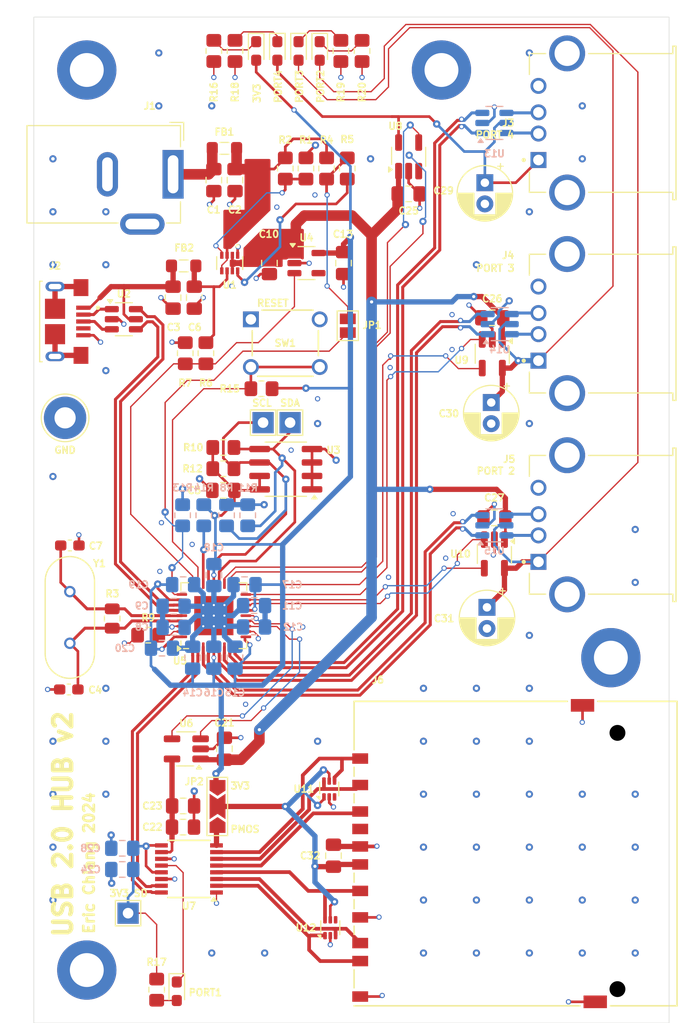
<source format=kicad_pcb>
(kicad_pcb (version 20240108) (generator "pcbnew") (generator_version "8.0")
  (layers (0 "F.Cu" signal "Front") (1 "In1.Cu" signal) (2 "In2.Cu" signal) (31 "B.Cu" signal "Back") (34 "B.Paste" user) (35 "F.Paste" user) (36 "B.SilkS" user "B.Silkscreen") (37 "F.SilkS" user "F.Silkscreen") (38 "B.Mask" user) (39 "F.Mask" user) (44 "Edge.Cuts" user))
  (net 0 "")
  (net 1 "5V_IN")
  (net 2 "GND")
  (net 3 "5V_FILTER")
  (net 4 "5V_HOST")
  (net 5 "5V_HOST_FILTER")
  (net 6 "5V")
  (net 7 "Net-(U5-XTALIN{slash}CLKIN)")
  (net 8 "3V3")
  (net 9 "Net-(U5-XTALOUT)")
  (net 10 "Net-(D3-A)")
  (net 11 "Net-(D4-A)")
  (net 12 "Net-(D5-A)")
  (net 13 "3V3_SD")
  (net 14 "Net-(D1-K)")
  (net 15 "Net-(D2-A)")
  (net 16 "Net-(D2-K)")
  (net 17 "Net-(D3-K)")
  (net 18 "Net-(D4-K)")
  (net 19 "Net-(D5-K)")
  (net 20 "Net-(J2-D+)")
  (net 22 "Net-(J2-D-)")
  (net 23 "Net-(U5-PLLFILT)")
  (net 24 "Net-(U5-CRFILT)")
  (net 25 "Net-(U6-VOUT)")
  (net 26 "Net-(J3-D+)")
  (net 27 "Net-(J3-D-)")
  (net 28 "Net-(J4-D+)")
  (net 29 "Net-(J4-D-)")
  (net 30 "Net-(J5-D+)")
  (net 31 "Net-(J5-D-)")
  (net 32 "Net-(J6-DAT2)")
  (net 33 "Net-(J6-DAT1)")
  (net 34 "/RESET")
  (net 35 "/LOCAL_PWR")
  (net 36 "Net-(U1-PR1)")
  (net 37 "/VBUS_DET")
  (net 38 "/EEPROM_SCL")
  (net 39 "/EEPROM_SDA")
  (net 40 "Net-(J6-CLK)")
  (net 41 "/USB_UP_D+")
  (net 42 "/USB_UP_D-")
  (net 44 "Net-(J6-DAT0)")
  (net 45 "/USB1_OC")
  (net 46 "/USB4_D+")
  (net 47 "/USB3_D+")
  (net 48 "/USB4_OC")
  (net 49 "/USB2_EN")
  (net 50 "/USB2_D+")
  (net 51 "/USB1_D+")
  (net 52 "/USB3_EN")
  (net 53 "/USB2_D-")
  (net 54 "/USB4_D-")
  (net 55 "/USB2_OC")
  (net 56 "/USB1_EN")
  (net 57 "/USB3_OC")
  (net 58 "/USB4_EN")
  (net 59 "/USB1_D-")
  (net 60 "/USB3_D-")
  (net 61 "Net-(J6-CMD)")
  (net 62 "Net-(J6-CD{slash}DAT3)")
  (net 63 "Net-(U1-ST)")
  (net 64 "Net-(U5-RBIAS)")
  (net 65 "Net-(U5-HS_IND{slash}CFG_SEL1)")
  (net 69 "Net-(JP1-B)")
  (net 70 "3V3_PMOS")
  (net 71 "Net-(JP2-A)")
  (footprint "Resistor_SMD:R_0805_2012Metric_Pad1.20x1.40mm_HandSolder" (layer "F.Cu") (at 134.25 58.1 90)
    (property "Reference" "R4")
    (property "Value" "100k")
  )
  (footprint "Capacitor_THT:CP_Radial_D5.0mm_P2.00mm" (layer "F.Cu") (at 149.8 80.2 -90)
    (property "Reference" "C30")
    (property "Value" "120uF")
  )
  (footprint "Resistor_SMD:R_0805_2012Metric_Pad1.20x1.40mm_HandSolder" (layer "F.Cu") (at 132.3 58.1 -90)
    (property "Reference" "R1")
    (property "Value" "100k")
  )
  (footprint "Capacitor_SMD:C_0805_2012Metric_Pad1.18x1.45mm_HandSolder" (layer "F.Cu") (at 142 60.5)
    (property "Reference" "C25")
    (property "Value" "1uF")
  )
  (footprint "Capacitor_SMD:C_0805_2012Metric_Pad1.18x1.45mm_HandSolder" (layer "F.Cu") (at 120.7 118.3)
    (property "Reference" "C23")
    (property "Value" "4u7")
  )
  (footprint "LED_SMD:LED_0603_1608Metric_Pad1.05x0.95mm_HandSolder" (layer "F.Cu") (at 131.6 47 -90)
    (property "Reference" "D4" (hide yes))
    (property "Value" "LED")
  )
  (footprint "Resistor_SMD:R_0805_2012Metric_Pad1.20x1.40mm_HandSolder" (layer "F.Cu") (at 135.6 47 90)
    (property "Reference" "R19")
    (property "Value" "330R")
  )
  (footprint "Custom Footprints:XTAL_HC49P488W43L1150T466H350" (layer "F.Cu") (at 110 100.5 90)
    (property "Reference" "Y1")
    (property "Value" "Crystal")
  )
  (footprint "Capacitor_SMD:C_0805_2012Metric_Pad1.18x1.45mm_HandSolder" (layer "F.Cu") (at 150.1 91.1 180)
    (property "Reference" "C27")
    (property "Value" "1uF")
  )
  (footprint "Resistor_SMD:R_0805_2012Metric_Pad1.20x1.40mm_HandSolder" (layer "F.Cu") (at 136.2 58.1 90)
    (property "Reference" "R5")
    (property "Value" "100k")
  )
  (footprint "Package_TO_SOT_SMD:SOT-563" (layer "F.Cu") (at 134.5 116.7 90)
    (property "Reference" "U11")
    (property "Value" "D1213A-04V-7")
  )
  (footprint "Capacitor_THT:CP_Radial_D5.0mm_P2.00mm" (layer "F.Cu") (at 149.4 99.544888 -90)
    (property "Reference" "C31")
    (property "Value" "120uF")
  )
  (footprint "Resistor_SMD:R_0805_2012Metric_Pad1.20x1.40mm_HandSolder" (layer "F.Cu") (at 125.6 47 90)
    (property "Reference" "R18")
    (property "Value" "330R")
  )
  (footprint "Resistor_SMD:R_0805_2012Metric_Pad1.20x1.40mm_HandSolder" (layer "F.Cu") (at 137.6 47 90)
    (property "Reference" "R20")
    (property "Value" "330R")
  )
  (footprint "Custom Footprints:BarrelJack_GCT_DCJ200-10-A_Horizontal" (layer "F.Cu") (at 119.75 58.65 -90)
    (property "Reference" "J1")
    (property "Value" "Barrel_Jack_MountingPin")
  )
  (footprint "Resistor_SMD:R_0805_2012Metric_Pad1.20x1.40mm_HandSolder" (layer "F.Cu") (at 117.4 102.17)
    (property "Reference" "R9")
    (property "Value" "12k")
  )
  (footprint "Package_TO_SOT_SMD:SOT-23-6" (layer "F.Cu") (at 115.0996 72.335201)
    (property "Reference" "U2")
    (property "Value" "USBLC6-2SC6")
  )
  (footprint "LED_SMD:LED_0603_1608Metric_Pad1.05x0.95mm_HandSolder" (layer "F.Cu") (at 133.6 47 -90)
    (property "Reference" "D5" (hide yes))
    (property "Value" "LED")
  )
  (footprint "Resistor_SMD:R_0805_2012Metric" (layer "F.Cu") (at 114 100.6 90)
    (property "Reference" "R3")
    (property "Value" "1M")
  )
  (footprint "Library:SW4_1825910-B_TEC" (layer "F.Cu") (at 133.6 76.85)
    (property "Reference" "SW1")
    (property "Value" "1825910-6")
  )
  (footprint "Custom Footprints:SOTFL50P160X60-8N" (layer "F.Cu") (at 125.1 67.035 -90)
    (property "Reference" "U1")
    (property "Value" "TPS2116DRLR")
  )
  (footprint "Resistor_SMD:R_0805_2012Metric_Pad1.20x1.40mm_HandSolder" (layer "F.Cu") (at 123.6 47 90)
    (property "Reference" "R16")
    (property "Value" "330R")
  )
  (footprint "Inductor_SMD:L_0805_2012Metric_Pad1.05x1.20mm_HandSolder" (layer "F.Cu") (at 120.75 67.3)
    (property "Reference" "FB2")
    (property "Value" "120R")
  )
  (footprint "Package_TO_SOT_SMD:SOT-23-5_HandSoldering" (layer "F.Cu") (at 142 57 90)
    (property "Reference" "U8")
    (property "Value" "MIC2005A-1YM5-TR")
  )
  (footprint "Package_TO_SOT_SMD:SOT-23-5_HandSoldering" (layer "F.Cu") (at 149.9 75.6 -90)
    (property "Reference" "U9")
    (property "Value" "MIC2005A-1YM5-TR")
  )
  (footprint "TestPoint:TestPoint_THTPad_2.0x2.0mm_Drill1.0mm" (layer "F.Cu") (at 115.5 128.4275)
    (property "Reference" "TP4" (hide yes))
    (property "Value" "3V3_SD")
  )
  (footprint "Jumper:SolderJumper-3_P2.0mm_Open_TrianglePad1.0x1.5mm_NumberLabels" (layer "F.Cu") (at 123.95 118.35 90)
    (property "Reference" "JP2")
    (property "Value" "SolderJumper_3_Open")
  )
  (footprint "Capacitor_SMD:C_0603_1608Metric_Pad1.08x0.95mm_HandSolder" (layer "F.Cu") (at 110 93.7)
    (property "Reference" "C7")
    (property "Value" "8p")
  )
  (footprint "Custom Footprints:AMPHENOL_UE27AC5410H" (layer "F.Cu") (at 156.9725 91.75 90)
    (property "Reference" "J5")
    (property "Value" "UE27AC5410H")
  )
  (footprint "TestPoint:TestPoint_THTPad_2.0x2.0mm_Drill1.0mm" (layer "F.Cu") (at 130.8 82.1)
    (property "Reference" "TP2" (hide yes))
    (property "Value" "SDA")
  )
  (footprint "Capacitor_SMD:C_0805_2012Metric_Pad1.18x1.45mm_HandSolder" (layer "F.Cu") (at 128.85 67.035 -90)
    (property "Reference" "C10")
    (property "Value" "1uF")
  )
  (footprint "Resistor_SMD:R_0805_2012Metric_Pad1.20x1.40mm_HandSolder" (layer "F.Cu") (at 120.9 75.55 90)
    (property "Reference" "R7")
    (property "Value" "100k")
  )
  (footprint "Capacitor_SMD:C_0805_2012Metric_Pad1.18x1.45mm_HandSolder" (layer "F.Cu") (at 121.75 70.3 -90)
    (property "Reference" "C6")
    (property "Value" "2u2")
  )
  (footprint "Custom Footprints:AMPHENOL_10118193-0001LF" (layer "F.Cu") (at 108.6 72.55 -90)
    (property "Reference" "J2")
    (property "Value" "10118193-0001LF")
  )
  (footprint "Library:QFN-36-1EP_6x6mm_P0.5mm_EP3.7x3.7mm_ThermalVias" (layer "F.Cu") (at 123.6 100.33 90)
    (property "Reference" "U5")
    (property "Value" "USB2514B_Bi")
  )
  (footprint "Capacitor_SMD:C_0805_2012Metric_Pad1.18x1.45mm_HandSolder" (layer "F.Cu") (at 124.6 112.9 90)
    (property "Reference" "C21")
    (property "Value" "1uF")
  )
  (footprint "Resistor_SMD:R_0805_2012Metric_Pad1.20x1.40mm_HandSolder" (layer "F.Cu") (at 118.2 135.65 -90)
    (property "Reference" "R17")
    (property "Value" "330R")
  )
  (footprint "Capacitor_SMD:C_0805_2012Metric_Pad1.18x1.45mm_HandSolder" (layer "F.Cu") (at 149.9 72.2 180)
    (property "Reference" "C26")
    (property "Value" "1uF")
  )
  (footprint "MountingHole:MountingHole_3.2mm_M3_DIN965_Pad" (layer "F.Cu") (at 145.1 48.8)
    (property "Reference" "H4" (hide yes))
    (property "Value" "MountingHole")
  )
  (footprint "LED_SMD:LED_0603_1608Metric_Pad1.05x0.95mm_HandSolder" (layer "F.Cu") (at 120.1 135.8 -90)
    (property "Reference" "D2" (hide yes))
    (property "Value" "LED")
  )
  (footprint "Resistor_SMD:R_0805_2012Metric_Pad1.20x1.40mm_HandSolder" (layer "F.Cu") (at 124.5 86.45)
    (property "Reference" "R12")
    (property "Value" "10k")
  )
  (footprint "Capacitor_SMD:C_0805_2012Metric_Pad1.18x1.45mm_HandSolder" (layer "F.Cu") (at 120.6875 120.3)
    (property "Reference" "C22")
    (property "Value" "100n")
  )
  (footprint "Package_TO_SOT_SMD:SOT-563" (layer "F.Cu") (at 134.6 129.8 90)
    (property "Reference" "U12")
    (property "Value" "D1213A-04V-7")
  )
  (footprint "Package_TO_SOT_SMD:SOT-23-5_HandSoldering" (layer "F.Cu") (at 121 112.912299 180)
    (property "Reference" "U6")
    (property "Value" "MIC2005A-1YM5-TR")
  )
  (footprint "Capacitor_SMD:C_0805_2012Metric_Pad1.18x1.45mm_HandSolder" (layer "F.Cu") (at 134.9 123 90)
    (property "Reference" "C32")
    (property "Value" "4u7")
  )
  (footprint "Capacitor_SMD:C_0603_1608Metric_Pad1.08x0.95mm_HandSolder" (layer "F.Cu") (at 109.9 107.3 180)
    (property "Reference" "C4")
    (property "Value" "8p")
  )
  (footprint "Capacitor_SMD:C_0805_2012Metric_Pad1.18x1.45mm_HandSolder" (layer "F.Cu") (at 135.85 67.035 -90)
    (property "Reference" "C13")
    (property "Value" "1uF")
  )
  (footprint "Package_SO:SOIC-8_3.9x4.9mm_P1.27mm" (layer "F.Cu") (at 130.4 86.5 180)
    (property "Reference" "U3")
    (property "Value" "M24C02-WMN")
  )
  (footprint "Custom Footprints:AMPHENOL_UE27AC5410H" (layer "F.Cu") (at 156.9725 72.75 90)
    (property "Reference" "J4")
    (property "Value" "UE27AC5410H")
  )
  (footprint "Inductor_SMD:L_0805_2012Metric_Pad1.05x1.20mm_HandSolder" (layer "F.Cu") (at 124.6 56.2)
    (property "Reference" "FB1")
    (property "Value" "120R")
  )
  (footprint "Capacitor_THT:CP_Radial_D5.0mm_P2.00mm" (layer "F.Cu") (at 149.2 59.444888 -90)
    (property "Reference" "C29")
    (property "Value" "120uF")
  )
  (footprint "Package_SO:SSOP-16_3.9x4.9mm_P0.635mm" (layer "F.Cu") (at 121.25 124.25 180)
    (property "Reference" "U7")
    (property "Value" "GL823K-HCY04")
  )
  (footprint "TestPoint:TestPoint_THTPad_2.0x2.0mm_Drill1.0mm" (layer "F.Cu") (at 128.25 82.1)
    (property "Reference" "TP3" (hide yes))
    (property "Value" "SCL")
  )
  (footprint "LED_SMD:LED_0603_1608Metric_Pad1.05x0.95mm_HandSolder" (layer "F.Cu") (at 127.6 47 -90)
    (property "Reference" "D1" (hide yes))
    (property "Value" "LED")
  )
  (footprint "MountingHole:MountingHole_3.2mm_M3_DIN965_Pad" (layer "F.Cu") (at 111.6 48.8)
    (property "Reference" "H1" (hide yes))
    (property "Value" "MountingHole")
  )
  (footprint "Package_TO_SOT_SMD:SOT-23-5_HandSoldering" (layer "F.Cu") (at 150.1 94.5 -90)
    (property "Reference" "U10")
    (property "Value" "MIC2005A-1YM5-TR")
  )
  (footprint "MountingHole:MountingHole_3.2mm_M3_DIN965_Pad" (layer "F.Cu") (at 111.6 133.8)
    (property "Reference" "H2" (hide yes))
    (property "Value" "MountingHole")
  )
  (footprint "Resistor_SMD:R_0805_2012Metric_Pad1.20x1.40mm_HandSolder" (layer "F.Cu") (at 128.1 78.9 180)
    (property "Reference" "R15")
    (property "Value" "10k")
  )
  (footprint "Capacitor_SMD:C_0805_2012Metric_Pad1.18x1.45mm_HandSolder" (layer "F.Cu") (at 119.75 70.3 -90)
    (property "Reference" "C3")
    (property "Value" "2u2")
  )
  (footprint "Resistor_SMD:R_0805_2012Metric_Pad1.20x1.40mm_HandSolder" (layer "F.Cu") (at 122.85 75.55 90)
    (property "Reference" "R6")
    (property "Value" "100k")
  )
  (footprint "Capacitor_SMD:C_0805_2012Metric_Pad1.18x1.45mm_HandSolder" (layer "F.Cu") (at 125.6 59.2 -90)
    (property "Reference" "C2")
    (property "Value" "2u2")
  )
  (footprint "Capacitor_SMD:C_0805_2012Metric_Pad1.18x1.45mm_HandSolder" (layer "F.Cu") (at 123.6 59.2 -90)
    (property "Reference" "C1")
    (property "Value" "2u2")
  )
  (footprint "Custom Footprints:AMPHENOL_UE27AC5410H" (layer "F.Cu") (at 156.9725 53.8 90)
    (property "Reference" "J3")
    (property "Value" "UE27AC5410H")
  )
  (footprint "Capacitor_SMD:C_0805_2012Metric_Pad1.18x1.45mm_HandSolder" (layer "F.Cu") (at 124.5 88.5 180)
    (property "Reference" "C5")
    (property "Value" "100n")
  )
  (footprint "TestPoint:TestPoint_THTPad_D4.0mm_Drill2.0mm" (layer "F.Cu") (at 109.55 81.65)
    (property "Reference" "TP1" (hide yes))
    (property "Value" "GND")
  )
  (footprint "Package_TO_SOT_SMD:SOT-23-5" (layer "F.Cu") (at 132.35 67.035)
    (property "Reference" "U4")
    (property "Value" "MIC5504-3.3YM5")
  )
  (footprint "Jumper:SolderJumper-2_P1.3mm_Open_Pad1.0x1.5mm" (layer "F.Cu") (at 136.25 72.95 -90)
    (property "Reference" "JP1")
    (property "Value" "~")
  )
  (footprint "Custom Footprints:10067847-001RLF_AMP" (layer "F.Cu") (at 152.1 122.8 90)
    (property "Reference" "J6")
    (property "Value" "10067847-001RLF")
  )
  (footprint "Resistor_SMD:R_0805_2012Metric_Pad1.20x1.40mm_HandSolder" (layer "F.Cu") (at 124.5 84.45)
    (property "Reference" "R10")
    (property "Value" "10k")
  )
  (footprint "LED_SMD:LED_0603_1608Metric_Pad1.05x0.95mm_HandSolder" (layer "F.Cu") (at 129.6 47 -90)
    (property "Reference" "D3" (hide yes))
    (property "Value" "LED")
  )
  (footprint "Resistor_SMD:R_0805_2012Metric_Pad1.20x1.40mm_HandSolder" (layer "F.Cu") (at 130.35 58.1 90)
    (property "Reference" "R2")
    (property "Value" "100k")
  )
  (footprint "MountingHole:MountingHole_3.2mm_M3_DIN965_Pad" (layer "F.Cu") (at 161.1 104.3)
    (property "Reference" "H3" (hide yes))
    (property "Value" "MountingHole")
  )
  (footprint "Resistor_SMD:R_0805_2012Metric_Pad1.20x1.40mm_HandSolder" (layer "B.Cu") (at 124.8 90.85 90)
    (property "Reference" "R8")
    (property "Value" "100k")
  )
  (footprint "Capacitor_SMD:C_0805_2012Metric_Pad1.18x1.45mm_HandSolder" (layer "B.Cu") (at 114.95 122.3 180)
    (property "Reference" "C28")
    (property "Value" "100n")
  )
  (footprint "Capacitor_SMD:C_0805_2012Metric_Pad1.18x1.45mm_HandSolder" (layer "B.Cu") (at 123.5925 104.3 90)
    (property "Reference" "C16")
    (property "Value" "100n")
  )
  (footprint "Package_TO_SOT_SMD:SOT-23-6" (layer "B.Cu") (at 150.1 91.8)
    (property "Reference" "U15")
    (property "Value" "USBLC6-2SC6")
  )
  (footprint "Package_TO_SOT_SMD:SOT-23-6" (layer "B.Cu") (at 150.1 53.8)
    (property "Reference" "U13")
    (property "Value" "USBLC6-2SC6")
  )
  (footprint "Capacitor_SMD:C_0805_2012Metric_Pad1.18x1.45mm_HandSolder" (layer "B.Cu") (at 125.6 104.3 90)
    (property "Reference" "C15")
    (property "Value" "100n")
  )
  (footprint "Resistor_SMD:R_0805_2012Metric_Pad1.20x1.40mm_HandSolder" (layer "B.Cu") (at 120.65 90.85 90)
    (property "Reference" "R13")
    (property "Value" "100k")
  )
  (footprint "Package_TO_SOT_SMD:SOT-23-6" (layer "B.Cu") (at 150.6 72.8)
    (property "Reference" "U14")
    (property "Value" "USBLC6-2SC6")
  )
  (footprint "Capacitor_SMD:C_0805_2012Metric_Pad1.18x1.45mm_HandSolder" (layer "B.Cu") (at 123.6 96.5 -90)
    (property "Reference" "C18")
    (property "Value" "100n")
  )
  (footprint "Capacitor_SMD:C_0805_2012Metric_Pad1.18x1.45mm_HandSolder" (layer "B.Cu") (at 127.4 101.4 180)
    (property "Reference" "C12")
    (property "Value" "10n")
  )
  (footprint "Capacitor_SMD:C_0805_2012Metric_Pad1.18x1.45mm_HandSolder" (layer "B.Cu") (at 120.7 97.4)
    (property "Reference" "C19")
    (property "Value" "100n")
  )
  (footprint "Capacitor_SMD:C_0805_2012Metric_Pad1.18x1.45mm_HandSolder" (layer "B.Cu") (at 126.5 97.4 180)
    (property "Reference" "C17")
    (property "Value" "100n")
  )
  (footprint "Capacitor_SMD:C_0805_2012Metric_Pad1.18x1.45mm_HandSolder" (layer "B.Cu") (at 119.8 101.44)
    (property "Reference" "C8")
    (property "Value" "100n")
  )
  (footprint "Capacitor_SMD:C_0805_2012Metric_Pad1.18x1.45mm_HandSolder" (layer "B.Cu") (at 118.7 103.4)
    (property "Reference" "C20")
    (property "Value" "100n")
  )
  (footprint "Capacitor_SMD:C_0805_2012Metric_Pad1.18x1.45mm_HandSolder" (layer "B.Cu") (at 114.95 124.3 180)
    (property "Reference" "C24")
    (property "Value" "2u2")
  )
  (footprint "Capacitor_SMD:C_0805_2012Metric_Pad1.18x1.45mm_HandSolder" (layer "B.Cu") (at 121.6 104.3 90)
    (property "Reference" "C14")
    (property "Value" "2u2")
  )
  (footprint "Resistor_SMD:R_0805_2012Metric_Pad1.20x1.40mm_HandSolder" (layer "B.Cu") (at 122.65 90.85 90)
    (property "Reference" "R14")
    (property "Value" "10k")
  )
  (footprint "Capacitor_SMD:C_0805_2012Metric_Pad1.18x1.45mm_HandSolder" (layer "B.Cu") (at 119.8 99.44)
    (property "Reference" "C9")
    (property "Value" "10n")
  )
  (footprint "Resistor_SMD:R_0805_2012Metric_Pad1.20x1.40mm_HandSolder" (layer "B.Cu") (at 126.8 90.85 90)
    (property "Reference" "R11")
    (property "Value" "100k")
  )
  (footprint "Capacitor_SMD:C_0805_2012Metric_Pad1.18x1.45mm_HandSolder" (layer "B.Cu") (at 127.4 99.38 180)
    (property "Reference" "C11")
    (property "Value" "100n")
  )
  (gr_rect (start 106.6 43.8) (end 166.6 138.8) (stroke (width 0.05)) (fill none) (layer "Edge.Cuts"))
  (gr_text "SCL" (at 128.15 80.25 0) (layer "F.SilkS") (effects (font (size 0.65 0.65))))
  (gr_text "3V3 SD\n" (at 115.55 126.55 0) (layer "F.SilkS") (effects (font (size 0.65 0.65))))
  (gr_text "PORT2\n" (at 134.0565 51.994524 90) (layer "F.SilkS") (effects (font (size 0.65 0.65) (thickness 0.15) (bold yes)) (justify left bottom)))
  (gr_text "PORT4\n" (at 130.0565 51.994524 90) (layer "F.SilkS") (effects (font (size 0.65 0.65) (thickness 0.15) (bold yes)) (justify left bottom)))
  (gr_text "SDA\n" (at 130.8 80.25 0) (layer "F.SilkS") (effects (font (size 0.65 0.65))))
  (gr_text "PORT 4" (at 148.25 55.3 0) (layer "F.SilkS") (effects (font (size 0.65 0.65) (thickness 0.15) (bold yes)) (justify left bottom)))
  (gr_text "PORT3\n" (at 132.0565 51.994524 90) (layer "F.SilkS") (effects (font (size 0.65 0.65) (thickness 0.15) (bold yes)) (justify left bottom)))
  (gr_text "USB 2.0 HUB v2" (at 110.35 130.9 90) (layer "F.SilkS") (effects (font (size 1.7 1.7) (thickness 0.425) (bold yes)) (justify left bottom)))
  (gr_text "PORT 3" (at 148.3 67.9 0) (layer "F.SilkS") (effects (font (size 0.65 0.65) (thickness 0.15) (bold yes)) (justify left bottom)))
  (gr_text "PORT 2" (at 148.35 87.05 0) (layer "F.SilkS") (effects (font (size 0.65 0.65) (thickness 0.15) (bold yes)) (justify left bottom)))
  (gr_text "PORT1\n" (at 121.15 136.3 0) (layer "F.SilkS") (effects (font (size 0.65 0.65) (thickness 0.15) (bold yes)) (justify left bottom)))
  (gr_text "RESET" (at 127.6 71.2 0) (layer "F.SilkS") (effects (font (size 0.65 0.65) (thickness 0.15) (bold yes)) (justify left bottom)))
  (gr_text "Eric Chiang 2024\n" (at 112.4 130.5 90) (layer "F.SilkS") (effects (font (size 1 1) (thickness 0.25) (bold yes)) (justify left bottom)))
  (gr_text "GND\n" (at 109.55 84.7 0) (layer "F.SilkS") (effects (font (size 0.65 0.65))))
  (gr_text "3V3" (at 128.0565 51.994524 90) (layer "F.SilkS") (effects (font (size 0.65 0.65) (thickness 0.15) (bold yes)) (justify left bottom)))
  (segment (start 123.45 56.2) (end 123.45 58.0125) (width 1) (layer "F.Cu") (net 1))
  (segment (start 123.1125 58.65) (end 123.6 58.1625) (width 1) (layer "F.Cu") (net 1))
  (segment (start 123.45 58.0125) (end 123.6 58.1625) (width 1) (layer "F.Cu") (net 1))
  (segment (start 119.75 58.65) (end 123.1125 58.65) (width 1) (layer "F.Cu") (net 1))
  (segment (start 123.6 61.0871) (end 123.6 60.2375) (width 0.25) (layer "F.Cu") (net 2))
  (segment (start 132.3 57.1) (end 132.3 56.8) (width 0.254) (layer "F.Cu") (net 2))
  (segment (start 158.424301 110.375699) (end 158.4 110.4) (width 0.25) (layer "F.Cu") (net 2))
  (segment (start 108.6 69.25) (end 108.6 71.35) (width 0.5) (layer "F.Cu") (net 2))
  (segment (start 121.7375 116.9125) (end 121.75 116.9) (width 0.25) (layer "F.Cu") (net 2))
  (segment (start 149.9 74.25) (end 149.9 73.2375) (width 0.25) (layer "F.Cu") (net 2))
  (segment (start 135.6 48) (end 135.6 49.5) (width 0.125) (layer "F.Cu") (net 2))
  (segment (start 132.3 56.8) (end 133.2 55.9) (width 0.254) (layer "F.Cu") (net 2))
  (segment (start 143.0375 60.5) (end 142 59.4625) (width 0.25) (layer "F.Cu") (net 2))
  (segment (start 115.1 72.8) (end 114.635201 72.335201) (width 0.25) (layer "F.Cu") (net 2))
  (segment (start 125.9 65.5) (end 125.85 65.55) (width 0.25) (layer "F.Cu") (net 2))
  (segment (start 149.0625 91.1) (end 149.0625 90.8375) (width 0.25) (layer "F.Cu") (net 2))
  (segment (start 108.8375 107.3) (end 109.0375 107.1) (width 0.25) (layer "F.Cu") (net 2))
  (segment (start 119.85 123.2975) (end 118.65 123.2975) (width 0.25) (layer "F.Cu") (net 2))
  (segment (start 115.65 102.92) (end 116.4 102.17) (width 0.125) (layer "F.Cu") (net 2))
  (segment (start 123.85 126.51125) (end 123.85 127.48875) (width 0.125) (layer "F.Cu") (net 2))
  (segment (start 118.65 125.2025) (end 119.9025 125.2025) (width 0.25) (layer "F.Cu") (net 2))
  (segment (start 121.725 118.3125) (end 121.7375 118.3) (width 0.25) (layer "F.Cu") (net 2))
  (segment (start 124.6 111.8625) (end 123.550201 112.912299) (width 0.25) (layer "F.Cu") (net 2))
  (segment (start 122.6 70.3) (end 121.75 71.15) (width 0.25) (layer "F.Cu") (net 2))
  (segment (start 137.424299 122.125) (end 135.0625 122.125) (width 0.5) (layer "F.Cu") (net 2))
  (segment (start 115.15 102.92) (end 115.65 102.92) (width 0.125) (layer "F.Cu") (net 2))
  (segment (start 134.6 130.55) (end 134.6 131.4) (width 0.25) (layer "F.Cu") (net 2))
  (segment (start 127.38 101.83) (end 126.5375 101.83) (width 0.125) (layer "F.Cu") (net 2))
  (segment (start 132.875 84.595) (end 134.095 84.595) (width 0.25) (layer "F.Cu") (net 2))
  (segment (start 139.399999 136.300001) (end 139.5 136.2) (width 0.25) (layer "F.Cu") (net 2))
  (segment (start 132.585 67.035) (end 132.6 67.05) (width 0.25) (layer "F.Cu") (net 2))
  (segment (start 132.875 87.135) (end 132.875 88.405) (width 0.25) (layer "F.Cu") (net 2))
  (segment (start 107.9 107.3) (end 108.8375 107.3) (width 0.25) (layer "F.Cu") (net 2))
  (segment (start 150.1 94.5) (end 150 94.6) (width 0.25) (layer "F.Cu") (net 2))
  (segment (start 134.5 117.45) (end 134.5 118) (width 0.25) (layer "F.Cu") (net 2))
  (segment (start 137.424299 128.824999) (end 139.175001 128.824999) (width 0.25) (layer "F.Cu") (net 2))
  (segment (start 139.175001 128.824999) (end 139.2 128.8) (width 0.25) (layer "F.Cu") (net 2))
  (segment (start 110.85 92.7) (end 110.8625 92.7125) (width 0.25) (layer "F.Cu") (net 2))
  (segment (start 123.6 48) (end 123.6 49.5) (width 0.125) (layer "F.Cu") (net 2))
  (segment (start 121.725 120.3) (end 121.725 118.3125) (width 0.25) (layer "F.Cu") (net 2))
  (segment (start 132.875 84.595) (end 132.875 85.865) (width 0.25) (layer "F.Cu") (net 2))
  (segment (start 135.85 68.0725) (end 135.85 69.3) (width 0.25) (layer "F.Cu") (net 2))
  (segment (start 123.1871 61.5) (end 123.6 61.0871) (width 0.25) (layer "F.Cu") (net 2))
  (segment (start 137.424299 122.125) (end 138.975 122.125) (width 0.3493) (layer "F.Cu") (net 2))
  (segment (start 125.6 60.9871) (end 125.6 60.2375) (width 0.25) (layer "F.Cu") (net 2))
  (segment (start 143.0375 60.5) (end 143.0375 61.8375) (width 0.25) (layer "F.Cu") (net 2))
  (segment (start 134.5 118) (end 134.9 118.4) (width 0.25) (layer "F.Cu") (net 2))
  (segment (start 142 59.4625) (end 142 58.35) (width 0.25) (layer "F.Cu") (net 2))
  (segment (start 137.6 48) (end 137.6 49.5) (width 0.125) (layer "F.Cu") (net 2))
  (segment (start 132.875 85.865) (end 132.875 87.135) (width 0.25) (layer "F.Cu") (net 2))
  (segment (start 137.4243 136.300001) (end 139.399999 136.300001) (width 0.25) (layer "F.Cu") (net 2))
  (segment (start 135.0625 122.125) (end 134.9 121.9625) (width 0.25) (layer "F.Cu") (net 2))
  (segment (start 108.7 75.75) (end 108.6 75.85) (width 0.5) (layer "F.Cu") (net 2))
  (segment (start 127.6 68.47769) (end 128.00519 68.0725) (width 0.25) (layer "F.Cu") (net 2))
  (segment (start 123.550201 112.912299) (end 122.35 112.912299) (width 0.25) (layer "F.Cu") (net 2))
  (segment (start 128.00519 68.0725) (end 128.85 68.0725) (width 0.25) (layer "F.Cu") (net 2))
  (segment (start 150.1 93.15) (end 150.1 94.5) (width 0.25) (layer "F.Cu") (net 2))
  (segment (start 126.1375 111.8625) (end 124.6 111.8625) (width 0.25) (layer "F.Cu") (net 2))
  (segment (start 149.9 73.2375) (end 148.8625 72.2) (width 0.25) (layer "F.Cu") (net 2))
  (segment (start 126.15 111.85) (end 126.1375 111.8625) (width 0.25) (layer "F.Cu") (net 2))
  (segment (start 110.8625 92.7125) (end 110.8625 93.7) (width 0.25) (layer "F.Cu") (net 2))
  (segment (start 119.7 74.55) (end 120.9 74.55) (width 0.25) (layer "F.Cu") (net 2))
  (segment (start 127.8 102.5) (end 127.8 102.25) (width 0.125) (layer "F.Cu") (net 2))
  (segment (start 143.0375 61.8375) (end 143.05 61.85) (width 0.25) (layer "F.Cu") (net 2))
  (segment (start 131.2125 67.035) (end 132.585 67.035) (width 0.25) (layer "F.Cu") (net 2))
  (segment (start 121.75 71.15) (end 121.75 71.3375) (width 0.25) (layer "F.Cu") (net 2))
  (segment (start 112.25 73.85) (end 112.9 74.5) (width 0.25) (layer "F.Cu") (net 2))
  (segment (start 111.275 73.85) (end 112.25 73.85) (width 0.25) (layer "F.Cu") (net 2))
  (segment (start 127.8 102.25) (end 127.38 101.83) (width 0.125) (layer "F.Cu") (net 2))
  (segment (start 159.6243 136.8) (end 157.1 136.8) (width 0.25) (layer "F.Cu") (net 2))
  (segment (start 108.6 69.25) (end 110.95 69.25) (width 0.5) (layer "F.Cu") (net 2))
  (segment (start 118.6 70.3) (end 119.6375 71.3375) (width 0.25) (layer "F.Cu") (net 2))
  (segment (start 108.6 73.75) (end 108.6 75.85) (width 0.5) (layer "F.Cu") (net 2))
  (segment (start 148.8625 72.1625) (end 147.7 71) (width 0.25) (layer "F.Cu") (net 2))
  (segment (start 125.0871 61.5) (end 125.6 60.9871) (width 0.25) (layer "F.Cu") (net 2))
  (segment (start 123.35 88.5) (end 123.4625 88.5) (width 0.25) (layer "F.Cu") (net 2))
  (segment (start 119.6375 71.3375) (end 119.75 71.3375) (width 0.25) (layer "F.Cu") (net 2))
  (segment (start 134.095 84.595) (end 135.15 85.65) (width 0.25) (layer "F.Cu") (net 2))
  (segment (start 148.8625 72.2) (end 148.8625 72.1625) (width 0.25) (layer "F.Cu") (net 2))
  (segment (start 111.05 75.75) (end 108.7 75.75) (width 0.5) (layer "F.Cu") (net 2))
  (segment (start 110.95 69.25) (end 111.05 69.35) (width 0.5) (layer "F.Cu") (net 2))
  (segment (start 149.0625 90.8375) (end 150.1 89.8) (width 0.25) (layer "F.Cu") (net 2))
  (segment (start 158.424301 108.8) (end 158.424301 110.375699) (width 0.25) (layer "F.Cu") (net 2))
  (segment (start 125.85 65.55) (end 125.85 66.3) (width 0.25) (layer "F.Cu") (net 2))
  (segment (start 121.7375 118.3) (end 121.7375 116.9125) (width 0.25) (layer "F.Cu") (net 2))
  (segment (start 138.975 122.125) (end 139 122.1) (width 0.3493) (layer "F.Cu") (net 2))
  (segment (start 125.6 48) (end 125.6 49.5) (width 0.125) (layer "F.Cu") (net 2))
  (segment (start 114.635201 72.335201) (end 113.9621 72.335201) (width 0.25) (layer "F.Cu") (net 2))
  (segment (start 122.25 87.4) (end 123.35 88.5) (width 0.25) (layer "F.Cu") (net 2))
  (via (at 108.40175 67.189285) (size 0.6858) (drill 0.3302) (layers "F.Cu" "B.Cu") (net 2))
  (via (at 143.40175 122.189285) (size 0.6858) (drill 0.3302) (layers "F.Cu" "B.Cu") (net 2))
  (via (at 158.4 110.4) (size 0.5) (drill 0.3) (layers "F.Cu" "B.Cu") (net 2))
  (via (at 125.0871 61.5) (size 0.5) (drill 0.3) (layers "F.Cu" "B.Cu") (net 2))
  (via (at 135.85 69.3) (size 0.5) (drill 0.3) (layers "F.Cu" "B.Cu") (net 2))
  (via (at 107.9 107.3) (size 0.5) (drill 0.3) (layers "F.Cu" "B.Cu") (net 2))
  (via (at 122.25 87.4) (size 0.7) (drill 0.3) (layers "F.Cu" "B.Cu") (net 2))
  (via (at 108.40175 127.189285) (size 0.6858) (drill 0.3302) (layers "F.Cu" "B.Cu") (net 2))
  (via (at 132 101.4) (size 0.5) (drill 0.3) (layers "F.Cu" "B.Cu") (net 2))
  (via (at 113.95 125.6) (size 0.7) (drill 0.3) (layers "F.Cu" "B.Cu") (net 2))
  (via (at 148.40175 117.189285) (size 0.6858) (drill 0.3302) (layers "F.Cu" "B.Cu") (net 2))
  (via (at 119.9025 125.2025) (size 0.5) (drill 0.3) (layers "F.Cu" "B.Cu") (net 2))
  (via (at 145.5 94.9) (size 0.5) (drill 0.3) (layers "F.Cu" "B.Cu") (net 2))
  (via (at 148.40175 127.189285) (size 0.6858) (drill 0.3302) (layers "F.Cu" "B.Cu") (net 2))
  (via (at 135.6 49.5) (size 0.5) (drill 0.3) (layers "F.Cu" "B.Cu") (net 2))
  (via (at 158.40175 127.189285) (size 0.6858) (drill 0.3302) (layers "F.Cu" "B.Cu") (net 2))
  (via (at 140.25 76.9) (size 0.5) (drill 0.3) (layers "F.Cu" "B.Cu") (net 2))
  (via (at 158.40175 122.189285) (size 0.6858) (drill 0.3302) (layers "F.Cu" "B.Cu") (net 2))
  (via (at 115.15 102.92) (size 0.5) (drill 0.3) (layers "F.Cu" "B.Cu") (net 2))
  (via (at 108.40175 112.189285) (size 0.6858) (drill 0.3302) (layers "F.Cu" "B.Cu") (net 2))
  (via (at 148.40175 67.189285) (size 0.6858) (drill 0.3302) (layers "F.Cu" "B.Cu") (net 2))
  (via (at 118.6 70.3) (size 0.5) (drill 0.3) (layers "F.Cu" "B.Cu") (net 2))
  (via (at 133.40175 112.189285) (size 0.6858) (drill 0.3302) (layers "F.Cu" "B.Cu") (net 2))
  (via (at 127.6 68.47769) (size 0.5) (drill 0.3) (layers "F.Cu" "B.Cu") (net 2))
  (via (at 148.40175 112.189285) (size 0.6858) (drill 0.3302) (layers "F.Cu" "B.Cu") (net 2))
  (via (at 108.40175 62.189285) (size 0.6858) (drill 0.3302) (layers "F.Cu" "B.Cu") (net 2))
  (via (at 113.40175 67.189285) (size 0.6858) (drill 0.3302) (layers "F.Cu" "B.Cu") (net 2))
  (via (at 113.40175 77.189285) (size 0.6858) (drill 0.3302) (layers "F.Cu" "B.Cu") (net 2))
  (via (at 163.40175 132.189285) (size 0.6858) (drill 0.3302) (layers "F.Cu" "B.Cu") (net 2))
  (via (at 158.40175 117.189285) (size 0.6858) (drill 0.3302) (layers "F.Cu" "B.Cu") (net 2))
  (via (at 153.40175 82.189285) (size 0.6858) (drill 0.3302) (layers "F.Cu" "B.Cu") (net 2))
  (via (at 139.5 136.2) (size 0.5) (drill 0.3) (layers "F.Cu" "B.Cu") (net 2))
  (via (at 138.40175 57.189285) (size 0.6858) (drill 0.3302) (layers "F.Cu" "B.Cu") (net 2))
  (via (at 132.6 67.05) (size 0.5) (drill 0.3) (layers "F.Cu" "B.Cu") (net 2))
  (via (at 118.5 96.15) (size 0.5) (drill 0.3) (layers "F.Cu" "B.Cu") (net 2))
  (via (at 125.6 49.5) (size 0.5) (drill 0.3) (layers "F.Cu" "B.Cu") (net 2))
  (via (at 163.40175 127.189285) (size 0.6858) (drill 0.3302) (layers "F.Cu" "B.Cu") (net 2))
  (via (at 134.9 118.4) (size 0.5) (drill 0.3) (layers "F.Cu" "B.Cu") (net 2))
  (via (at 133.40175 82.189285) (size 0.6858) (drill 0.3302) (layers "F.Cu" "B.Cu") (net 2))
  (via (at 118.65 91.55) (size 0.5) (drill 0.3) (layers "F.Cu" "B.Cu") (net 2))
  (via (at 113.40175 117.189285) (size 0.6858) (drill 0.3302) (layers "F.Cu" "B.Cu") (net 2))
  (via (at 148.40175 107.189285) (size 0.6858) (drill 0.3302) (layers "F.Cu" "B.Cu") (net 2))
  (via (at 153.40175 127.189285) (size 0.6858) (drill 0.3302) (layers "F.Cu" "B.Cu") (net 2))
  (via (at 143.05 61.85) (size 0.5) (drill 0.3) (layers "F.Cu" "B.Cu") (net 2))
  (via (at 135.15 85.65) (size 0.6858) (drill 0.3302) (layers "F.Cu" "B.Cu") (net 2))
  (via (at 130.9 84.7) (size 0.5) (drill 0.3) (layers "F.Cu" "B.Cu") (net 2))
  (via (at 128.40175 132.189285) (size 0.6858) (drill 0.3302) (layers "F.Cu" "B.Cu") (net 2))
  (via (at 143.40175 112.189285) (size 0.6858) (drill 0.3302) (layers "F.Cu" "B.Cu") (net 2))
  (via (at 153.40175 122.189285) (size 0.6858) (drill 0.3302) (layers "F.Cu" "B.Cu") (net 2))
  (via (at 137.6 49.5) (size 0.5) (drill 0.3) (layers "F.Cu" "B.Cu") (net 2))
  (via (at 134.6 131.4) (size 0.5) (drill 0.3) (layers "F.Cu" "B.Cu") (net 2))
  (via (at 150.1 89.8) (size 0.5) (drill 0.3) (layers "F.Cu" "B.Cu") (net 2))
  (via (at 150.1 52.3) (size 0.5) (drill 0.3) (layers "F.Cu" "B.Cu") (net 2))
  (via (at 158.40175 57.189285) (size 0.6858) (drill 0.3302) (layers "F.Cu" "B.Cu") (net 2))
  (via (at 153.40175 62.189285) (size 0.6858) (drill 0.3302) (layers "F.Cu" "B.Cu") (net 2))
  (via (at 119.65 74.5) (size 0.5) (drill 0.3) (layers "F.Cu" "B.Cu") (net 2))
  (via (at 143.40175 117.189285) (size 0.6858) (drill 0.3302) (layers "F.Cu" "B.Cu") (net 2))
  (via (at 112.9 74.5) (size 0.5) (drill 0.3) (layers "F.Cu" "B.Cu") (net 2))
  (via (at 147.7 71) (size 0.5) (drill 0.3) (layers "F.Cu" "B.Cu") (net 2))
  (via (at 113.40175 107.189285) (size 0.6858) (drill 0.3302) (layers "F.Cu" "B.Cu") (net 2))
  (via (at 146.1 75.2) (size 0.5) (drill 0.3) (layers "F.Cu" "B.Cu") (net 2))
  (via (at 108.40175 122.189285) (size 0.6858) (drill 0.3302) (layers "F.Cu" "B.Cu") (net 2))
  (via (at 146.1 71.9) (size 0.5) (drill 0.3) (layers "F.Cu" "B.Cu") (net 2))
  (via (at 163.40175 117.189285) (size 0.6858) (drill 0.3302) (layers "F.Cu" "B.Cu") (net 2))
  (via (at 133.2 55.9) (size 0.6858) (drill 0.3302) (layers "F.Cu" "B.Cu") (net 2))
  (via (at 113.40175 62.189285) (size 0.6858) (drill 0.3302) (layers "F.Cu" "B.Cu") (net 2))
  (via (at 113.9 121.05) (size 0.7) (drill 0.3) (layers "F.Cu" "B.Cu") (net 2))
  (via (at 148.40175 132.189285) (size 0.6858) (drill 0.3302) (layers "F.Cu" "B.Cu") (net 2))
  (via (at 125.9 65.5) (size 0.5) (drill 0.3) (layers "F.Cu" "B.Cu") (net 2))
  (via (at 153.40175 132.189285) (size 0.6858) (drill 0.3302) (layers "F.Cu" "B.Cu") (net 2))
  (via (at 126.6 108.7) (size 0.5) (drill 0.3) (layers "F.Cu" "B.Cu") (net 2))
  (via (at 153.40175 117.189285) (size 0.6858) (drill 0.3302) (layers "F.Cu" "B.Cu") (net 2))
  (via (at 158.40175 52.189285) (size 0.6858) (drill 0.3302) (layers "F.Cu" "B.Cu") (net 2))
  (via (at 123.40175 132.189285) (size 0.6858) (drill 0.3302) (layers "F.Cu" "B.Cu") (net 2))
  (via (at 158.40175 132.189285) (size 0.6858) (drill 0.3302) (layers "F.Cu" "B.Cu") (net 2))
  (via (at 146.2 90.7) (size 0.5) (drill 0.3) (layers "F.Cu" "B.Cu") (net 2))
  (via (at 119.85 123.2975) (size 0.5) (drill 0.3) (layers "F.Cu" "B.Cu") (net 2))
  (via (at 108.40175 87.189285) (size 0.6858) (drill 0.3302) (layers "F.Cu" "B.Cu") (net 2))
  (via (at 143.40175 127.189285) (size 0.6858) (drill 0.3302) (layers "F.Cu" "B.Cu") (net 2))
  (via (at 153.40175 102.189285) (size 0.6858) (drill 0.3302) (layers "F.Cu" "B.Cu") (net 2))
  (via (at 110.85 92.7) (size 0.5) (drill 0.3) (layers "F.Cu" "B.Cu") (net 2))
  (via (at 148.40175 122.189285) (size 0.6858) (drill 0.3302) (layers "F.Cu" "B.Cu") (net 2))
  (via (at 115.1 72.8) (size 0.5) (drill 0.3) (layers "F.Cu" "B.Cu") (net 2))
  (via (at 120.65 88.35) (size 0.7) (drill 0.3) (layers "F.Cu" "B.Cu") (net 2))
  (via (at 153.40175 112.189285) (size 0.6858) (drill 0.3302) (layers "F.Cu" "B.Cu") (net 2))
  (via (at 163.40175 97.189285) (size 0.6858) (drill 0.3302) (layers "F.Cu" "B.Cu") (net 2))
  (via (at 121.75 116.9) (size 0.7) (drill 0.3) (layers "F.Cu" "B.Cu") (net 2))
  (via (at 157.1 136.8) (size 0.5) (drill 0.3) (layers "F.Cu" "B.Cu") (net 2))
  (via (at 139.2 128.8) (size 0.5) (drill 0.3) (layers "F.Cu" "B.Cu") (net 2))
  (via (at 123.40175 52.189285) (size 0.6858) (drill 0.3302) (layers "F.Cu" "B.Cu") (net 2))
  (via (at 163.40175 122.189285) (size 0.6858) (drill 0.3302) (layers "F.Cu" "B.Cu") (net 2))
  (via (at 129.55 61.75) (size 0.5) (drill 0.3) (layers "F.Cu" "B.Cu") (net 2))
  (via (at 143.40175 107.189285) (size 0.6858) (drill 0.3302) (layers "F.Cu" "B.Cu") (net 2))
  (via (at 151.5 70.6) (size 0.6858) (drill 0.3302) (layers "F.Cu" "B.Cu") (net 2))
  (via (at 140.1 96.7) (size 0.5) (drill 0.3) (layers "F.Cu" "B.Cu") (net 2))
  (via (at 127.8 102.5) (size 0.5) (drill 0.3) (layers "F.Cu" "B.Cu") (net 2))
  (via (at 153.40175 47.189285) (size 0.6858) (drill 0.3302) (layers "F.Cu" "B.Cu") (net 2))
  (via (at 118.40175 47.189285) (size 0.6858) (drill 0.3302) (layers "F.Cu" "B.Cu") (net 2))
  (via (at 121.55 93.6) (size 0.5) (drill 0.3) (layers "F.Cu" "B.Cu") (net 2))
  (via (at 150 94.6) (size 0.5) (drill 0.3) (layers "F.Cu" "B.Cu") (net 2))
  (via (at 133.15 60.6) (size 0.5) (drill 0.3) (layers "F.Cu" "B.Cu") (net 2))
  (via (at 113.40175 112.189285) (size 0.6858) (drill 0.3302) (layers "F.Cu" "B.Cu") (net 2))
  (via (at 108.40175 57.189285) (size 0.6858) (drill 0.3302) (layers "F.Cu" "B.Cu") (net 2))
  (via (at 126.15 111.85) (size 0.5) (drill 0.3) (layers "F.Cu" "B.Cu") (net 2))
  (via (at 123.1871 61.5) (size 0.5) (drill 0.3) (layers "F.Cu" "B.Cu") (net 2))
  (via (at 122.6 70.3) (size 0.5) (drill 0.3) (layers "F.Cu" "B.Cu") (net 2))
  (via (at 123.85 127.48875) (size 0.5) (drill 0.3) (layers "F.Cu" "B.Cu") (net 2))
  (via (at 143.40175 132.189285) (size 0.6858) (drill 0.3302) (layers "F.Cu" "B.Cu") (net 2))
  (via (at 139 122.1) (size 0.5) (drill 0.3) (layers "F.Cu" "B.Cu") (net 2))
  (via (at 153.40175 107.189285) (size 0.6858) (drill 0.3302) (layers "F.Cu" "B.Cu") (net 2))
  (via (at 108.40175 117.189285) (size 0.6858) (drill 0.3302) (layers "F.Cu" "B.Cu") (net 2))
  (via (at 125.3 69.2) (size 0.5) (drill 0.3) (layers "F.Cu" "B.Cu") (net 2))
  (via (at 128.35 89.85) (size 0.7) (drill 0.3) (layers "F.Cu" "B.Cu") (net 2))
  (via (at 133.4 79.85) (size 0.5) (drill 0.3) (layers "F.Cu" "B.Cu") (net 2))
  (via (at 118.40175 52.189285) (size 0.6858) (drill 0.3302) (layers "F.Cu" "B.Cu") (net 2))
  (via (at 123.6 49.5) (size 0.5) (drill 0.3) (layers "F.Cu" "B.Cu") (net 2))
  (via (at 163.40175 92.189285) (size 0.6858) (drill 0.3302) (layers "F.Cu" "B.Cu") (net 2))
  (segment (start 113.9125 122.3) (end 113.9125 121.0625) (width 0.25) (layer "B.Cu") (net 2))
  (segment (start 113.9125 121.0625) (end 113.9 121.05) (width 0.25) (layer "B.Cu") (net 2))
  (segment (start 124.62 99.33) (end 125.4625 98.4875) (width 0.5) (layer "B.Cu") (net 2))
  (segment (start 122.6 99.33) (end 122.49 99.44) (width 0.5) (layer "B.Cu") (net 2))
  (segment (start 125.4125 100.33) (end 126.3625 99.38) (width 0.5) (layer "B.Cu") (net 2))
  (segment (start 125.4625 98.4875) (end 125.4625 97.4) (width 0.5) (layer "B.Cu") (net 2))
  (segment (start 122.49 99.44) (end 120.8375 99.44) (width 0.5) (layer "B.Cu") (net 2))
  (segment (start 124.6 102.2625) (end 124.6 101.33) (width 0.5) (layer "B.Cu") (net 2))
  (segment (start 149.5 53.8) (end 150.1 53.2) (width 0.25) (layer "B.Cu") (net 2))
  (segment (start 122.6 98.2625) (end 122.6 99.33) (width 0.5) (layer "B.Cu") (net 2))
  (segment (start 113.95 125.6) (end 113.9125 125.5625) (width 0.25) (layer "B.Cu") (net 2))
  (segment (start 150.5 72.04767) (end 149.74767 72.8) (width 0.25) (layer "B.Cu") (net 2))
  (segment (start 121.6 102.33) (end 122.6 101.33) (width 0.5) (layer "B.Cu") (net 2))
  (segment (start 123.6 103.255) (end 123.5925 103.2625) (width 0.5) (layer "B.Cu") (net 2))
  (segment (start 120.65 88.35) (end 120.65 89.85) (width 0.25) (layer "B.Cu") (net 2))
  (segment (start 124.6 99.33) (end 124.62 99.33) (width 0.5) (layer "B.Cu") (net 2))
  (segment (start 148.9625 91.8) (end 149.5 91.8) (width 0.25) (layer "B.Cu") (net 2))
  (segment (start 150.5 72.04767) (end 150.5 71.6) (width 0.25) (layer "B.Cu") (net 2))
  (segment (start 150.1 53.2) (end 150.1 52.3) (width 0.25) (layer "B.Cu") (net 2))
  (segment (start 122.6 100.33) (end 121.9475 100.33) (width 0.5) (layer "B.Cu") (net 2))
  (segment (start 149.5 91.8) (end 150.1 91.2) (width 0.25) (layer "B.Cu") (net 2))
  (segment (start 128.35 89.85) (end 126.8 89.85) (width 0.25) (layer "B.Cu") (net 2))
  (segment (start 125.6 103.2625) (end 124.6 102.2625) (width 0.5) (layer "B.Cu") (net 2))
  (segment (start 149.74767 72.8) (end 149.4625 72.8) (width 0.25) (layer "B.Cu") (net 2))
  (segment (start 121.6 103.2625) (end 121.6 102.33) (width 0.5) (layer "B.Cu") (net 2))
  (segment (start 124.6 101.33) (end 126.2925 101.33) (width 0.5) (layer "B.Cu") (net 2))
  (segment (start 150.1 91.2) (end 150.1 89.8) (width 0.25) (layer "B.Cu") (net 2))
  (segment (start 148.9625 53.8) (end 149.5 53.8) (width 0.25) (layer "B.Cu") (net 2))
  (segment (start 121.4625 103.4) (end 121.6 103.2625) (width 0.5) (layer "B.Cu") (net 2))
  (segment (start 123.605 99.05) (end 123.605 97.5425) (width 0.5) (layer "B.Cu") (net 2))
  (segment (start 124.6 100.33) (end 125.4125 100.33) (width 0.5) (layer "B.Cu") (net 2))
  (segment (start 123.6 101.33) (end 123.6 103.255) (width 0.5) (layer "B.Cu") (net 2))
  (segment (start 126.2925 101.33) (end 126.3625 101.4) (width 0.5) (layer "B.Cu") (net 2))
  (segment (start 121.7375 97.4) (end 122.6 98.2625) (width 0.5) (layer "B.Cu") (net 2))
  (segment (start 123.605 97.5425) (end 123.6 97.5375) (width 0.5) (layer "B.Cu") (net 2))
  (segment (start 119.7375 103.4) (end 121.4625 103.4) (width 0.5) (layer "B.Cu") (net 2))
  (segment (start 124.8 89.85) (end 126.8 89.85) (width 0.5) (layer "B.Cu") (net 2))
  (segment (start 113.9125 125.5625) (end 113.9125 124.3) (width 0.25) (layer "B.Cu") (net 2))
  (segment (start 150.5 71.6) (end 151.5 70.6) (width 0.25) (layer "B.Cu") (net 2))
  (segment (start 121.9475 100.33) (end 120.8375 101.44) (width 0.5) (layer "B.Cu") (net 2))
  (segment (start 124.85 66.3) (end 124.85 66.75) (width 0.125) (layer "F.Cu") (net 3))
  (segment (start 127.175 58.15) (end 127.1625 58.1625) (width 0.254) (layer "F.Cu") (net 3))
  (segment (start 124.85 66.3) (end 124.85 65.55) (width 0.25) (layer "F.Cu") (net 3))
  (segment (start 133.7031 55.3031) (end 134.25 55.85) (width 0.254) (layer "F.Cu") (net 3))
  (segment (start 134.25 55.85) (end 134.25 57.1) (width 0.254) (layer "F.Cu") (net 3))
  (segment (start 124.35 67.25) (end 124.35 67.77) (width 0.125) (layer "F.Cu") (net 3))
  (segment (start 130.35 57.1) (end 130.35 56.05) (width 0.254) (layer "F.Cu") (net 3))
  (segment (start 130.35 57.1) (end 129.3 58.15) (width 0.254) (layer "F.Cu") (net 3))
  (segment (start 124.85 66.75) (end 124.35 67.25) (width 0.125) (layer "F.Cu") (net 3))
  (segment (start 129.3 58.15) (end 127.175 58.15) (width 0.254) (layer "F.Cu") (net 3))
  (segment (start 125.75 58.0125) (end 125.6 58.1625) (width 1) (layer "F.Cu") (net 3))
  (segment (start 125.6 58.1625) (end 127.1625 58.1625) (width 1) (layer "F.Cu") (net 3))
  (segment (start 131.0969 55.3031) (end 133.7031 55.3031) (width 0.254) (layer "F.Cu") (net 3))
  (segment (start 130.35 56.05) (end 131.0969 55.3031) (width 0.254) (layer "F.Cu") (net 3))
  (segment (start 125.75 56.2) (end 125.75 58.0125) (width 1) (layer "F.Cu") (net 3))
  (segment (start 115.1 71.8606) (end 115.1 69.2625) (width 0.25) (layer "F.Cu") (net 4))
  (segment (start 113.8875 69.2625) (end 115.1 69.2625) (width 0.5) (layer "F.Cu") (net 4))
  (segment (start 115.1 69.2625) (end 119.75 69.2625) (width 0.5) (layer "F.Cu") (net 4))
  (segment (start 119.75 69.2625) (end 119.75 67.45) (width 0.5) (layer "F.Cu") (net 4))
  (segment (start 116.2371 72.335201) (end 115.574601 72.335201) (width 0.25) (layer "F.Cu") (net 4))
  (segment (start 112.85 70.3) (end 111.9 71.25) (width 0.25) (layer "F.Cu") (net 4))
  (segment (start 111.9 71.25) (end 111.275 71.25) (width 0.25) (layer "F.Cu") (net 4))
  (segment (start 115.574601 72.335201) (end 115.1 71.8606) (width 0.25) (layer "F.Cu") (net 4))
  (segment (start 119.75 67.45) (end 119.6 67.3) (width 0.5) (layer "F.Cu") (net 4))
  (segment (start 112.85 70.3) (end 113.8875 69.2625) (width 0.5) (layer "F.Cu") (net 4))
  (segment (start 124.1375 69.2625) (end 123.6 69.2625) (width 0.25) (layer "F.Cu") (net 5))
  (segment (start 121.75 67.45) (end 121.9 67.3) (width 0.5) (layer "F.Cu") (net 5))
  (segment (start 123.6 69.2625) (end 121.75 69.2625) (width 0.25) (layer "F.Cu") (net 5))
  (segment (start 124.85 67.77) (end 124.85 68.55) (width 0.25) (layer "F.Cu") (net 5))
  (segment (start 123.6 69.2625) (end 123.6 73.8) (width 0.25) (layer "F.Cu") (net 5))
  (segment (start 121.75 69.2625) (end 121.75 67.45) (width 0.5) (layer "F.Cu") (net 5))
  (segment (start 123.6 73.8) (end 122.85 74.55) (width 0.25) (layer "F.Cu") (net 5))
  (segment (start 124.85 68.55) (end 124.1375 69.2625) (width 0.25) (layer "F.Cu") (net 5))
  (segment (start 136.65 62.55) (end 138.5 64.4) (width 1) (layer "F.Cu") (net 6))
  (segment (start 124.6 113.9375) (end 125.0625 113.9375) (width 0.25) (layer "F.Cu") (net 6))
  (segment (start 136.55 62.55) (end 136.65 62.55) (width 1) (layer "F.Cu") (net 6))
  (segment (start 124.6 113.9375) (end 122.425201 113.9375) (width 0.5) (layer "F.Cu") (net 6))
  (segment (start 150.3 88.4) (end 144 88.4) (width 0.5) (layer "F.Cu") (net 6))
  (segment (start 151.1375 91.1) (end 151.1375 89.2375) (width 0.5) (layer "F.Cu") (net 6))
  (segment (start 131.35 64.3) (end 131.35 63.35) (width 1) (layer "F.Cu") (net 6))
  (segment (start 122.425201 113.9375) (end 122.35 113.862299) (width 0.25) (layer "F.Cu") (net 6))
  (segment (start 141.05 60.4125) (end 140.9625 60.5) (width 0.5) (layer "F.Cu") (net 6))
  (segment (start 132.15 62.55) (end 136.55 62.55) (width 1) (layer "F.Cu") (net 6))
  (segment (start 125.0625 113.9375) (end 126.1625 113.9375) (width 1) (layer "F.Cu") (net 6))
  (segment (start 127.9 112.2) (end 127.9 111.1) (width 1) (layer "F.Cu") (net 6))
  (segment (start 148.15 70.2) (end 148.9375 70.2) (width 0.5) (layer "F.Cu") (net 6))
  (segment (start 150.3 88.4) (end 151.1375 89.2375) (width 0.5) (layer "F.Cu") (net 6))
  (segment (start 125.35 67.77) (end 125.35 66.3) (width 0.25) (layer "F.Cu") (net 6))
  (segment (start 138.5 64.4) (end 140.9625 61.9375) (width 1) (layer "F.Cu") (net 6))
  (segment (start 138.5 64.4) (end 138.5 70.7) (width 1) (layer "F.Cu") (net 6))
  (segment (start 126.1625 113.9375) (end 127.9 112.2) (width 1) (layer "F.Cu") (net 6))
  (segment (start 140.9625 61.9375) (end 140.9625 60.5) (width 1) (layer "F.Cu") (net 6))
  (segment (start 151.1375 93.0625) (end 151.05 93.15) (width 0.25) (layer "F.Cu") (net 6))
  (segment (start 150.85 74.25) (end 150.85 72.2875) (width 0.5) (layer "F.Cu") (net 6))
  (segment (start 151.1375 91.1) (end 151.1375 93.0625) (width 0.25) (layer "F.Cu") (net 6))
  (segment (start 150.85 72.2875) (end 150.9375 72.2) (width 0.25) (layer "F.Cu") (net 6))
  (segment (start 131.35 63.35) (end 132.15 62.55) (width 1) (layer "F.Cu") (net 6))
  (segment (start 148.9375 70.2) (end 150.9375 72.2) (width 0.5) (layer "F.Cu") (net 6))
  (segment (start 141.05 58.35) (end 141.05 60.4125) (width 0.5) (layer "F.Cu") (net 6))
  (via (at 127.9 111.1) (size 0.7) (drill 0.3) (layers "F.Cu" "B.Cu") (net 6))
  (via (at 144 88.4) (size 0.7) (drill 0.3) (layers "F.Cu" "B.Cu") (net 6))
  (via (at 138.5 70.7) (size 0.7) (drill 0.3) (layers "F.Cu" "B.Cu") (net 6))
  (via (at 148.15 70.2) (size 0.7) (drill 0.3) (layers "F.Cu" "B.Cu") (net 6))
  (segment (start 138.9 88.4) (end 138.5 88.8) (width 0.25) (layer "B.Cu") (net 6))
  (segment (start 138.5 70.7) (end 138.5 88.8) (width 1) (layer "B.Cu") (net 6))
  (segment (start 138.5 88.8) (end 138.5 100.5) (width 1) (layer "B.Cu") (net 6))
  (segment (start 144 88.4) (end 138.9 88.4) (width 0.5) (layer "B.Cu") (net 6))
  (segment (start 146.6 70.2) (end 146.1 70.7) (width 0.5) (layer "B.Cu") (net 6))
  (segment (start 138.5 100.5) (end 127.9 111.1) (width 1) (layer "B.Cu") (net 6))
  (segment (start 148.15 70.2) (end 146.6 70.2) (width 0.5) (layer "B.Cu") (net 6))
  (segment (start 146.1 70.7) (end 138.5 70.7) (width 0.5) (layer "B.Cu") (net 6))
  (segment (start 111.4275 101.5125) (end 114 101.5125) (width 0.284) (layer "F.Cu") (net 7))
  (segment (start 115.1875 101.5125) (end 115.87 100.83) (width 0.284) (layer "F.Cu") (net 7))
  (segment (start 110 103.05) (end 110 102.94) (width 0.284) (layer "F.Cu") (net 7))
  (segment (start 115.87 100.83) (end 120.575 100.83) (width 0.284) (layer "F.Cu") (net 7))
  (segment (start 110.7625 107.1) (end 110.7625 103.7025) (width 0.25) (layer "F.Cu") (net 7))
  (segment (start 110.11 103.05) (end 110 103.05) (width 0.25) (layer "F.Cu") (net 7))
  (segment (start 110 102.94) (end 111.4275 101.5125) (width 0.284) (layer "F.Cu") (net 7))
  (segment (start 114 101.5125) (end 115.1875 101.5125) (width 0.284) (layer "F.Cu") (net 7))
  (segment (start 110.7625 103.7025) (end 110.11 103.05) (width 0.25) (layer "F.Cu") (net 7))
  (segment (start 119.87 102.33) (end 118.7 103.5) (width 0.25) (layer "F.Cu") (net 8))
  (segment (start 123.8 116.2) (end 123.95 116.35) (width 0.5) (layer "F.Cu") (net 8))
  (segment (start 133.4875 66.085) (end 135.7625 66.085) (width 0.5) (layer "F.Cu") (net 8))
  (segment (start 135.7625 66.085) (end 135.85 65.9975) (width 0.25) (layer "F.Cu") (net 8))
  (segment (start 127.473 99.717777) (end 127.360777 99.83) (width 0.25) (layer "F.Cu") (net 8))
  (segment (start 118.3 97.35) (end 118.3 97.75) (width 0.25) (layer "F.Cu") (net 8))
  (segment (start 119.38 98.83) (end 120.575 98.83) (width 0.25) (layer "F.Cu") (net 8))
  (segment (start 127.6 49) (end 127.6 47.875) (width 0.25) (layer "F.Cu") (net 8))
  (segment (start 125.5375 88.4875) (end 123.5 86.45) (width 0.25) (layer "F.Cu") (net 8))
  (segment (start 136.5 64.6) (end 135.85 65.25) (width 0.5) (layer "F.Cu") (net 8))
  (segment (start 127.83 88.5) (end 127.925 88.405) (width 0.25) (layer "F.Cu") (net 8))
  (segment (start 135.85 65.25) (end 135.85 65.9975) (width 0.5) (layer "F.Cu") (net 8))
  (segment (start 129.3 78.85) (end 129.15 78.7) (width 0.25) (layer "F.Cu") (net 8))
  (segment (start 127.360777 99.83) (end 126.5375 99.83) (width 0.25) (layer "F.Cu") (net 8))
  (segment (start 127 103.1) (end 126.5375 102.6375) (width 0.25) (layer "F.Cu") (net 8))
  (segment (start 132.3 78.85) (end 129.3 78.85) (width 0.25) (layer "F.Cu") (net 8))
  (segment (start 124.325 90.875) (end 123.675 90.875) (width 0.25) (layer "F.Cu") (net 8))
  (segment (start 123.6 103.2675) (end 123.6 104.3) (width 0.25) (layer "F.Cu") (net 8))
  (segment (start 125.5375 88.5) (end 125.5375 88.4875) (width 0.25) (layer "F.Cu") (net 8))
  (segment (start 125.5375 88.5) (end 127.83 88.5) (width 0.25) (layer "F.Cu") (net 8))
  (segment (start 123.8 115.25) (end 123.8 116.2) (width 0.5) (layer "F.Cu") (net 8))
  (segment (start 123.5 84.45) (end 123.5 86.45) (width 0.25) (layer "F.Cu") (net 8))
  (segment (start 125.5375 88.5) (end 125.5375 89.6625) (width 0.25) (layer "F.Cu") (net 8))
  (segment (start 127.925 87.135) (end 127.925 88.405) (width 0.25) (layer "F.Cu") (net 8))
  (segment (start 126.5375 102.6375) (end 126.5375 102.33) (width 0.25) (layer "F.Cu") (net 8))
  (segment (start 123.6 97.305) (end 123.6 96.5) (width 0.25) (layer "F.Cu") (net 8))
  (segment (start 125.5375 89.6625) (end 124.325 90.875) (width 0.25) (layer "F.Cu") (net 8))
  (segment (start 120.6625 102.33) (end 119.87 102.33) (width 0.25) (layer "F.Cu") (net 8))
  (segment (start 131.175 52.575) (end 127.6 49) (width 0.25) (layer "F.Cu") (net 8))
  (segment (start 118.3 97.75) (end 119.38 98.83) (width 0.25) (layer "F.Cu") (net 8))
  (via (at 123.6 104.3) (size 0.45) (drill 0.3) (layers "F.Cu" "B.Cu") (net 8))
  (via (at 123.8 115.25) (size 0.7) (drill 0.3) (layers "F.Cu" "B.Cu") (net 8))
  (via (at 131.175 52.575) (size 0.5) (drill 0.3) (layers "F.Cu" "B.Cu") (net 8))
  (via (at 127.473 99.717777) (size 0.5) (drill 0.3) (layers "F.Cu" "B.Cu") (net 8))
  (via (at 123.6 96.5) (size 0.5) (drill 0.3) (layers "F.Cu" "B.Cu") (net 8))
  (via (at 127 103.1) (size 0.5) (drill 0.3) (layers "F.Cu" "B.Cu") (net 8))
  (via (at 118.7 103.5) (size 0.5) (drill 0.3) (layers "F.Cu" "B.Cu") (net 8))
  (via (at 132.3 78.85) (size 0.7) (drill 0.3) (layers "F.Cu" "B.Cu") (net 8))
  (via (at 136.5 64.6) (size 0.7) (drill 0.3) (layers "F.Cu" "B.Cu") (net 8))
  (via (at 123.675 90.875) (size 0.7) (drill 0.3) (layers "F.Cu" "B.Cu") (net 8))
  (via (at 118.3 97.35) (size 0.7) (drill 0.3) (layers "F.Cu" "B.Cu") (net 8))
  (segment (start 132.3 78.85) (end 136.45 78.85) (width 0.25) (layer "B.Cu") (net 8))
  (segment (start 136.5 57.9) (end 136.5 64.6) (width 0.25) (layer "B.Cu") (net 8))
  (segment (start 121.6 106.9) (end 119.5 106.9) (width 0.5) (layer "B.Cu") (net 8))
  (segment (start 118.7 103.5) (end 117.7625 103.5) (width 0.25) (layer "B.Cu") (net 8))
  (segment (start 123.5925 106.8925) (end 123.6 106.9) (width 0.25) (layer "B.Cu") (net 8))
  (segment (start 136.5 64.6) (end 136.5 78.9) (width 0.5) (layer "B.Cu") (net 8))
  (segment (start 128.2 106.9) (end 125.6 106.9) (width 0.5) (layer "B.Cu") (net 8))
  (segment (start 118.35 97.4) (end 118.3 97.35) (width 0.25) (layer "B.Cu") (net 8))
  (segment (start 123.75 95.3125) (end 123.75 93.6) (width 0.25) (layer "B.Cu") (net 8))
  (segment (start 124.3 106.9) (end 124.3 114.75) (width 0.5) (layer "B.Cu") (net 8))
  (segment (start 117.6625 97.9875) (end 118.3 97.35) (width 0.25) (layer "B.Cu") (net 8))
  (segment (start 123.6 104.3) (end 123.6 105.33) (width 0.25) (layer "B.Cu") (net 8))
  (segment (start 130.1 97.6) (end 130.1 105) (width 0.5) (layer "B.Cu") (net 8))
  (segment (start 119.5 106.9) (end 118 105.4) (width 0.5) (layer "B.Cu") (net 8))
  (segment (start 127.473 97.4645) (end 127.5375 97.4) (width 0.25) (layer "B.Cu") (net 8))
  (segment (start 123.75 90.95) (end 123.675 90.875) (width 0.25) (layer "B.Cu") (net 8))
  (segment (start 119.6625 97.4) (end 118.35 97.4) (width 0.25) (layer "B.Cu") (net 8))
  (segment (start 125.6 105.3375) (end 125.6 106.9) (width 0.25) (layer "B.Cu") (net 8))
  (segment (start 136.5 78.9) (end 136.5 87.2) (width 0.5) (layer "B.Cu") (net 8))
  (segment (start 123.6 106.9) (end 121.6 106.9) (width 0.5) (layer "B.Cu") (net 8))
  (segment (start 127.5375 97.4) (end 129.9 97.4) (width 0.25) (layer "B.Cu") (net 8))
  (segment (start 130.1 94.05) (end 130.1 97.6) (width 0.5) (layer "B.Cu") (net 8))
  (segment (start 123.6 96.5) (end 123.6 95.4625) (width 0.25) (layer "B.Cu") (net 8))
  (segment (start 127.473 99.717777) (end 127.473 97.4645) (width 0.25) (layer "B.Cu") (net 8))
  (segment (start 127 103.1) (end 127 103.9375) (width 0.25) (layer "B.Cu") (net 8))
  (segment (start 123.5925 105.3375) (end 123.5925 106.8925) (width 0.25) (layer "B.Cu") (net 8))
  (segment (start 129.9 97.4) (end 130.1 97.6) (width 0.25) (layer "B.Cu") (net 8))
  (segment (start 123.75 93.6) (end 123.75 90.95) (width 0.25) (layer "B.Cu") (net 8))
  (segment (start 125.6 106.9) (end 124.3 106.9) (width 0.5) (layer "B.Cu") (net 8))
  (segment (start 131.175 52.575) (end 136.5 57.9) (width 0.25) (layer "B.Cu") (net 8))
  (segment (start 130.1 93.6) (end 130.1 94.05) (width 0.5) (layer "B.Cu") (net 8))
  (segment (start 123.6 95.4625) (end 123.75 95.3125) (width 0.25) (layer "B.Cu") (net 8))
  (segment (start 136.5 87.2) (end 130.1 93.6) (width 0.5) (layer "B.Cu") (net 8))
  (segment (start 136.45 78.85) (end 136.5 78.9) (width 0.25) (layer "B.Cu") (net 8))
  (segment (start 123.6 105.33) (end 123.5925 105.3375) (width 0.25) (layer "B.Cu") (net 8))
  (segment (start 117.6625 103.4) (end 117.6625 97.9875) (width 0.25) (layer "B.Cu") (net 8))
  (segment (start 127 103.9375) (end 125.6 105.3375) (width 0.25) (layer "B.Cu") (net 8))
  (segment (start 117.6625 105.0625) (end 117.6625 103.4) (width 0.25) (layer "B.Cu") (net 8))
  (segment (start 118 105.4) (end 117.6625 105.0625) (width 0.25) (layer "B.Cu") (net 8))
  (segment (start 124.3 114.75) (end 123.8 115.25) (width 0.5) (layer "B.Cu") (net 8))
  (segment (start 130.1 105) (end 128.2 106.9) (width 0.5) (layer "B.Cu") (net 8))
  (segment (start 121.6 105.3375) (end 121.6 106.9) (width 0.25) (layer "B.Cu") (net 8))
  (segment (start 123.675 90.875) (end 122.65 89.85) (width 0.25) (layer "B.Cu") (net 8))
  (segment (start 124.3 106.9) (end 123.6 106.9) (width 0.5) (layer "B.Cu") (net 8))
  (segment (start 117.7625 103.5) (end 117.6625 103.4) (width 0.25) (layer "B.Cu") (net 8))
  (segment (start 123.75 93.6) (end 130.1 93.6) (width 0.25) (layer "B.Cu") (net 8))
  (segment (start 109.91 97.97) (end 110 97.97) (width 0.25) (layer "F.Cu") (net 9))
  (segment (start 109.1375 93.7) (end 109.1375 97.1975) (width 0.25) (layer "F.Cu") (net 9))
  (segment (start 109.1375 97.1975) (end 109.91 97.97) (width 0.25) (layer "F.Cu") (net 9))
  (segment (start 115.1875 99.6875) (end 114 99.6875) (width 0.284) (layer "F.Cu") (net 9))
  (segment (start 110 98.06) (end 111.6275 99.6875) (width 0.284) (layer "F.Cu") (net 9))
  (segment (start 115.83 100.33) (end 115.1875 99.6875) (width 0.284) (layer "F.Cu") (net 9))
  (segment (start 120.575 100.33) (end 115.83 100.33) (width 0.284) (layer "F.Cu") (net 9))
  (segment (start 111.6275 99.6875) (end 114 99.6875) (width 0.284) (layer "F.Cu") (net 9))
  (segment (start 129.6 47.875) (end 129.6 48.95) (width 0.25) (layer "F.Cu") (net 10))
  (segment (start 141.05 53.2) (end 141.05 55.65) (width 0.25) (layer "F.Cu") (net 10))
  (segment (start 140.4 53.2) (end 143.95 53.2) (width 0.25) (layer "F.Cu") (net 10))
  (segment (start 149.2 59.444888) (end 152.117612 59.444888) (width 0.25) (layer "F.Cu") (net 10))
  (segment (start 129.6 48.95) (end 133.85 53.2) (width 0.25) (layer "F.Cu") (net 10))
  (segment (start 133.85 53.2) (end 140.4 53.2) (width 0.25) (layer "F.Cu") (net 10))
  (segment (start 152.117612 59.444888) (end 154.2625 57.3) (width 0.25) (layer "F.Cu") (net 10))
  (segment (start 140.4 53.2) (end 141.05 53.2) (width 0.25) (layer "F.Cu") (net 10))
  (segment (start 143.95 53.2) (end 144.65 53.9) (width 0.25) (layer "F.Cu") (net 10))
  (via (at 144.65 53.9) (size 0.7) (drill 0.3) (layers "F.Cu" "B.Cu") (net 10))
  (segment (start 149.2 56.5) (end 149.2 59.444888) (width 0.25) (layer "B.Cu") (net 10))
  (segment (start 150.1 55.6) (end 149.2 56.5) (width 0.25) (layer "B.Cu") (net 10))
  (segment (start 151.2375 53.8) (end 150.575001 53.8) (width 0.25) (layer "B.Cu") (net 10))
  (segment (start 150.1 54.275001) (end 150.1 55.6) (width 0.25) (layer "B.Cu") (net 10))
  (segment (start 147.25 56.5) (end 149.2 56.5) (width 0.25) (layer "B.Cu") (net 10))
  (segment (start 150.575001 53.8) (end 150.1 54.275001) (width 0.25) (layer "B.Cu") (net 10))
  (segment (start 144.65 53.9) (end 147.25 56.5) (width 0.25) (layer "B.Cu") (net 10))
  (segment (start 131.6 47.875) (end 131.6 48.9) (width 0.125) (layer "F.Cu") (net 11))
  (segment (start 140.1 46.8) (end 142.1 44.8) (width 0.125) (layer "F.Cu") (net 11))
  (segment (start 151.65 76.95) (end 152.35 76.25) (width 0.5) (layer "F.Cu") (net 11))
  (segment (start 150.85 79.15) (end 149.8 80.2) (width 0.5) (layer "F.Cu") (net 11))
  (segment (start 150.85 76.95) (end 151.65 76.95) (width 0.5) (layer "F.Cu") (net 11))
  (segment (start 142.1 44.8) (end 159.1 44.8) (width 0.125) (layer "F.Cu") (net 11))
  (segment (start 161.3 69.2125) (end 154.2625 76.25) (width 0.125) (layer "F.Cu") (net 11))
  (segment (start 134.3 51.6) (end 138.9 51.6) (width 0.125) (layer "F.Cu") (net 11))
  (segment (start 161.3 47) (end 161.3 69.2125) (width 0.125) (layer "F.Cu") (net 11))
  (segment (start 140.1 50.4) (end 140.1 46.8) (width 0.125) (layer "F.Cu") (net 11))
  (segment (start 150.85 76.95) (end 150.85 79.15) (width 0.5) (layer "F.Cu") (net 11))
  (segment (start 159.1 44.8) (end 161.3 47) (width 0.125) (layer "F.Cu") (net 11))
  (segment (start 138.9 51.6) (end 140.1 50.4) (width 0.125) (layer "F.Cu") (net 11))
  (segment (start 131.6 48.9) (end 134.3 51.6) (width 0.125) (layer "F.Cu") (net 11))
  (via (at 152.35 76.25) (size 0.7) (drill 0.3) (layers "F.Cu" "B.Cu") (net 11))
  (segment (start 151.075001 72.8) (end 150.6 73.275001) (width 0.25) (layer "B.Cu") (net 11))
  (segment (start 150.6 73.275001) (end 150.6 74.5) (width 0.25) (layer "B.Cu") (net 11))
  (segment (start 150.6 74.5) (end 152.35 76.25) (width 0.25) (layer "B.Cu") (net 11))
  (segment (start 151.7375 72.8) (end 151.075001 72.8) (width 0.25) (layer "B.Cu") (net 11))
  (segment (start 152.35 76.25) (end 154.2625 76.25) (width 0.5) (layer "B.Cu") (net 11))
  (segment (start 134.929382 50.848) (end 138.452 50.848) (width 0.125) (layer "F.Cu") (net 12))
  (segment (start 151.05 95.85) (end 152.15 95.85) (width 0.5) (layer "F.Cu") (net 12))
  (segment (start 139.7 49.6) (end 139.7 46.543618) (width 0.125) (layer "F.Cu") (net 12))
  (segment (start 138.452 50.848) (end 139.7 49.6) (width 0.125) (layer "F.Cu") (net 12))
  (segment (start 159.156382 44.5) (end 163.652 48.995618) (width 0.125) (layer "F.Cu") (net 12))
  (segment (start 152.75 95.25) (end 154.2625 95.25) (width 0.5) (layer "F.Cu") (net 12))
  (segment (start 163.652 48.995618) (end 163.652 85.8605) (width 0.125) (layer "F.Cu") (net 12))
  (segment (start 133.6 47.875) (end 133.6 49.518618) (width 0.125) (layer "F.Cu") (net 12))
  (segment (start 151.05 95.85) (end 151.05 97.894888) (width 0.5) (layer "F.Cu") (net 12))
  (segment (start 163.652 85.8605) (end 154.2625 95.25) (width 0.125) (layer "F.Cu") (net 12))
  (segment (start 133.6 49.518618) (end 134.929382 50.848) (width 0.125) (layer "F.Cu") (net 12))
  (segment (start 139.7 46.543618) (end 141.743618 44.5) (width 0.125) (layer "F.Cu") (net 12))
  (segment (start 141.743618 44.5) (end 159.156382 44.5) (width 0.125) (layer "F.Cu") (net 12))
  (segment (start 151.05 97.894888) (end 149.4 99.544888) (width 0.5) (layer "F.Cu") (net 12))
  (segment (start 152.15 95.85) (end 152.75 95.25) (width 0.5) (layer "F.Cu") (net 12))
  (segment (start 150.50633 91.8) (end 150.1 92.20633) (width 0.25) (layer "B.Cu") (net 12))
  (segment (start 151.2375 91.8) (end 150.50633 91.8) (width 0.25) (layer "B.Cu") (net 12))
  (segment (start 150.1 93.7) (end 151.65 95.25) (width 0.25) (layer "B.Cu") (net 12))
  (segment (start 151.65 95.25) (end 154.2625 95.25) (width 0.25) (layer "B.Cu") (net 12))
  (segment (start 150.1 92.20633) (end 150.1 93.7) (width 0.25) (layer "B.Cu") (net 12))
  (segment (start 117.2 122.1) (end 117.2725 122.0275) (width 0.25) (layer "F.Cu") (net 13))
  (segment (start 118.2 134.65) (end 118.2 129.5) (width 0.125) (layer "F.Cu") (net 13))
  (segment (start 117.2725 122.0275) (end 118.65 122.0275) (width 0.25) (layer "F.Cu") (net 13))
  (segment (start 117.2 122.1) (end 117.2 123.9675) (width 0.25) (layer "F.Cu") (net 13))
  (segment (start 117.1275 128.4275) (end 115.5 128.4275) (width 0.125) (layer "F.Cu") (net 13))
  (segment (start 118.2 129.5) (end 117.1275 128.4275) (width 0.125) (layer "F.Cu") (net 13))
  (segment (start 117.2 123.9675) (end 117.8 124.5675) (width 0.25) (layer "F.Cu") (net 13))
  (segment (start 117.8 124.5675) (end 118.65 124.5675) (width 0.25) (layer "F.Cu") (net 13))
  (via (at 117.2 122.1) (size 0.7) (drill 0.3) (layers "F.Cu" "B.Cu") (net 13))
  (segment (start 116.1875 122.1) (end 115.9875 122.3) (width 0.25) (layer "B.Cu") (net 13))
  (segment (start 115.9875 126.4125) (end 115.9875 124.3) (width 0.25) (layer "B.Cu") (net 13))
  (segment (start 115.5 126.9) (end 115.9875 126.4125) (width 0.25) (layer "B.Cu") (net 13))
  (segment (start 115.5 128.4275) (end 115.5 126.9) (width 0.25) (layer "B.Cu") (net 13))
  (segment (start 115.9875 122.3) (end 115.9875 124.3) (width 0.25) (layer "B.Cu") (net 13))
  (segment (start 117.2 122.1) (end 116.1875 122.1) (width 0.25) (layer "B.Cu") (net 13))
  (segment (start 127.575 46.125) (end 127.6 46.125) (width 0.125) (layer "F.Cu") (net 14))
  (segment (start 123.6 46) (end 124.5 46.9) (width 0.125) (layer "F.Cu") (net 14))
  (segment (start 124.5 46.9) (end 126.8 46.9) (width 0.125) (layer "F.Cu") (net 14))
  (segment (start 126.8 46.9) (end 127.575 46.125) (width 0.125) (layer "F.Cu") (net 14))
  (segment (start 118.225 136.675) (end 118.2 136.65) (width 0.125) (layer "F.Cu") (net 15))
  (segment (start 120.1 136.675) (end 118.225 136.675) (width 0.125) (layer "F.Cu") (net 15))
  (segment (start 120.7 134.325) (end 120.1 134.925) (width 0.125) (layer "F.Cu") (net 16))
  (segment (start 120.0325 123.9325) (end 120.7 124.6) (width 0.125) (layer "F.Cu") (net 16))
  (segment (start 118.65 123.9325) (end 120.0325 123.9325) (width 0.125) (layer "F.Cu") (net 16))
  (segment (start 120.7 124.6) (end 120.7 134.325) (width 0.125) (layer "F.Cu") (net 16))
  (segment (start 129.2 45.2) (end 129.6 45.6) (width 0.125) (layer "F.Cu") (net 17))
  (segment (start 125.6 46) (end 126.4 45.2) (width 0.125) (layer "F.Cu") (net 17))
  (segment (start 126.4 45.2) (end 129.2 45.2) (width 0.125) (layer "F.Cu") (net 17))
  (segment (start 129.6 45.6) (end 129.6 46.125) (width 0.125) (layer "F.Cu") (net 17))
  (segment (start 132.625 45.1) (end 131.6 46.125) (width 0.125) (layer "F.Cu") (net 18))
  (segment (start 134.7 45.1) (end 132.625 45.1) (width 0.125) (layer "F.Cu") (net 18))
  (segment (start 135.6 46) (end 134.7 45.1) (width 0.125) (layer "F.Cu") (net 18))
  (segment (start 137.6 46) (end 136.6 47) (width 0.125) (layer "F.Cu") (net 19))
  (segment (start 136.6 47) (end 134.475 47) (width 0.125) (layer "F.Cu") (net 19))
  (segment (start 134.475 47) (end 133.6 46.125) (width 0.125) (layer "F.Cu") (net 19))
  (segment (start 112.325 72.55) (end 113.060201 73.285201) (width 0.284) (layer "F.Cu") (net 20))
  (segment (start 113.060201 73.285201) (end 113.9621 73.285201) (width 0.284) (layer "F.Cu") (net 20))
  (segment (start 111.275 72.55) (end 112.325 72.55) (width 0.284) (layer "F.Cu") (net 20))
  (segment (start 111.275 71.9) (end 112.25 71.9) (width 0.284) (layer "F.Cu") (net 22))
  (segment (start 112.764799 71.385201) (end 113.9621 71.385201) (width 0.284) (layer "F.Cu") (net 22))
  (segment (start 112.25 71.9) (end 112.764799 71.385201) (width 0.284) (layer "F.Cu") (net 22))
  (segment (start 119.65 101.4) (end 119.72 101.33) (width 0.125) (layer "F.Cu") (net 23))
  (segment (start 119.72 101.33) (end 120.6625 101.33) (width 0.125) (layer "F.Cu") (net 23))
  (via (at 119.65 101.4) (size 0.5) (drill 0.3) (layers "F.Cu" "B.Cu") (net 23))
  (segment (start 118.7625 101.44) (end 118.7625 99.44) (width 0.5) (layer "B.Cu") (net 23))
  (segment (start 119.65 101.4) (end 118.8025 101.4) (width 0.125) (layer "B.Cu") (net 23))
  (segment (start 118.8025 101.4) (end 118.7625 101.44) (width 0.125) (layer "B.Cu") (net 23))
  (segment (start 127.6 100.6) (end 127.33 100.33) (width 0.125) (layer "F.Cu") (net 24))
  (segment (start 127.33 100.33) (end 126.5375 100.33) (width 0.125) (layer "F.Cu") (net 24))
  (via (at 127.6 100.6) (size 0.5) (drill 0.3) (layers "F.Cu" "B.Cu") (net 24))
  (segment (start 128.4375 101.4) (end 128.4375 99.38) (width 0.5) (layer "B.Cu") (net 24))
  (segment (start 127.6375 100.6) (end 128.4375 101.4) (width 0.125) (layer "B.Cu") (net 24))
  (segment (start 127.6 100.6) (end 127.6375 100.6) (width 0.125) (layer "B.Cu") (net 24))
  (segment (start 119.6625 118.3) (end 119.6625 120.2875) (width 0.5) (layer "F.Cu") (net 25))
  (segment (start 119.65 120.3) (end 119.65 121.55) (width 0.5) (layer "F.Cu") (net 25))
  (segment (start 118.65 122.6625) (end 119.4875 122.6625) (width 0.25) (layer "F.Cu") (net 25))
  (segment (start 119.4875 122.6625) (end 119.65 122.5) (width 0.25) (layer "F.Cu") (net 25))
  (segment (start 119.6625 120.2875) (end 119.65 120.3) (width 0.5) (layer "F.Cu") (net 25))
  (segment (start 119.65 122.5) (end 119.65 121.55) (width 0.25) (layer "F.Cu") (net 25))
  (segment (start 119.65 118.2875) (end 119.6625 118.3) (width 0.5) (layer "F.Cu") (net 25))
  (segment (start 119.65 113.862299) (end 119.65 118.2875) (width 0.5) (layer "F.Cu") (net 25))
  (segment (start 151.2375 52.85) (end 154.2125 52.85) (width 0.284) (layer "B.Cu") (net 26))
  (segment (start 154.2125 52.85) (end 154.2625 52.8) (width 0.284) (layer "B.Cu") (net 26))
  (segment (start 151.2375 54.75) (end 154.2125 54.75) (width 0.284) (layer "B.Cu") (net 27))
  (segment (start 154.2125 54.75) (end 154.2625 54.8) (width 0.284) (layer "B.Cu") (net 27))
  (segment (start 151.8375 71.75) (end 151.7375 71.85) (width 0.284) (layer "B.Cu") (net 28))
  (segment (start 154.2625 71.75) (end 151.8375 71.75) (width 0.284) (layer "B.Cu") (net 28))
  (segment (start 151.7375 73.75) (end 154.2625 73.75) (width 0.284) (layer "B.Cu") (net 29))
  (segment (start 151.3375 90.75) (end 151.2375 90.85) (width 0.284) (layer "B.Cu") (net 30))
  (segment (start 154.2625 90.75) (end 151.3375 90.75) (width 0.284) (layer "B.Cu") (net 30))
  (segment (start 151.2375 92.75) (end 154.2625 92.75) (width 0.284) (layer "B.Cu") (net 31))
  (segment (start 132 115.4) (end 133.575001 113.824999) (width 0.3493) (layer "F.Cu") (net 32))
  (segment (start 135.7 114.9) (end 135 115.6) (width 0.3493) (layer "F.Cu") (net 32))
  (segment (start 132 118.5843) (end 132 115.4) (width 0.3493) (layer "F.Cu") (net 32))
  (segment (start 127.9218 122.6625) (end 132 118.5843) (width 0.3493) (layer "F.Cu") (net 32))
  (segment (start 133.575001 113.824999) (end 137.424299 113.824999) (width 0.3493) (layer "F.Cu") (net 32))
  (segment (start 135.7 113.824999) (end 135.7 114.9) (width 0.3493) (layer "F.Cu") (net 32))
  (segment (start 135 115.6) (end 135 115.95) (width 0.3493) (layer "F.Cu") (net 32))
  (segment (start 123.85 122.6625) (end 127.9218 122.6625) (width 0.3493) (layer "F.Cu") (net 32))
  (segment (start 134.1 130.55) (end 134.08035 130.53035) (width 0.3493) (layer "F.Cu") (net 33))
  (segment (start 127.7768 125.8375) (end 132.6 130.6607) (width 0.3493) (layer "F.Cu") (net 33))
  (segment (start 134.08035 130.53035) (end 132.73035 130.53035) (width 0.3493) (layer "F.Cu") (net 33))
  (segment (start 133.650023 132.950023) (end 137.424299 132.950023) (width 0.3493) (layer "F.Cu") (net 33))
  (segment (start 123.85 125.8375) (end 127.7768 125.8375) (width 0.3493) (layer "F.Cu") (net 33))
  (segment (start 132.6 130.6607) (end 132.6 131.9) (width 0.3493) (layer "F.Cu") (net 33))
  (segment (start 132.73035 130.53035) (end 132.6 130.6607) (width 0.3493) (layer "F.Cu") (net 33))
  (segment (start 132.6 131.9) (end 133.650023 132.950023) (width 0.3493) (layer "F.Cu") (net 33))
  (segment (start 122.65 78.9) (end 119.7 81.85) (width 0.125) (layer "F.Cu") (net 34))
  (segment (start 127.1 78.9) (end 122.65 78.9) (width 0.125) (layer "F.Cu") (net 34))
  (segment (start 119.7 93.35) (end 122.1 95.75) (width 0.125) (layer "F.Cu") (net 34))
  (segment (start 127.1 78.9) (end 127.1 76.850001) (width 0.25) (layer "F.Cu") (net 34))
  (segment (start 122.1 95.75) (end 122.1 97.305) (width 0.125) (layer "F.Cu") (net 34))
  (segment (start 119.7 81.85) (end 119.7 93.35) (width 0.125) (layer "F.Cu") (net 34))
  (segment (start 133.6 76.85) (end 127.099999 76.85) (width 0.25) (layer "F.Cu") (net 34))
  (segment (start 127.1 76.850001) (end 127.099999 76.85) (width 0.25) (layer "F.Cu") (net 34))
  (segment (start 134.25 59.05) (end 136.2 57.1) (width 0.254) (layer "F.Cu") (net 35))
  (segment (start 134.25 59.1) (end 134.25 59.05) (width 0.254) (layer "F.Cu") (net 35))
  (segment (start 134.25 60.55) (end 134.3 60.6) (width 0.254) (layer "F.Cu") (net 35))
  (segment (start 134.3 69.2) (end 136.25 71.15) (width 0.125) (layer "F.Cu") (net 35))
  (segment (start 136.25 71.15) (end 136.25 72.3) (width 0.125) (layer "F.Cu") (net 35))
  (segment (start 134.25 59.1) (end 134.25 60.55) (width 0.254) (layer "F.Cu") (net 35))
  (via (at 134.3 69.2) (size 0.5) (drill 0.3) (layers "F.Cu" "B.Cu") (net 35))
  (via (at 134.3 60.6) (size 0.5) (drill 0.3) (layers "F.Cu" "B.Cu") (net 35))
  (segment (start 134.3 69.2) (end 134.3 60.6) (width 0.125) (layer "B.Cu") (net 35))
  (segment (start 130.35 60.1) (end 130.05 60.4) (width 0.254) (layer "F.Cu") (net 36))
  (segment (start 130.35 59.1) (end 130.35 60.1) (width 0.254) (layer "F.Cu") (net 36))
  (segment (start 124.35 65.95) (end 124.35 66.3) (width 0.125) (layer "F.Cu") (net 36))
  (segment (start 130.35 59.1) (end 132.3 59.1) (width 0.254) (layer "F.Cu") (net 36))
  (segment (start 123.8 65.4) (end 124.35 65.95) (width 0.125) (layer "F.Cu") (net 36))
  (via (at 123.8 65.4) (size 0.5) (drill 0.3) (layers "F.Cu" "B.Cu") (net 36))
  (via (at 130.05 60.4) (size 0.5) (drill 0.3) (layers "F.Cu" "B.Cu") (net 36))
  (segment (start 130.05 60.4) (end 128.6 60.4) (width 0.125) (layer "B.Cu") (net 36))
  (segment (start 128.6 60.4) (end 123.8 65.2) (width 0.125) (layer "B.Cu") (net 36))
  (segment (start 123.8 65.2) (end 123.8 65.4) (width 0.125) (layer "B.Cu") (net 36))
  (segment (start 131.2125 71.1375) (end 131.2125 67.985) (width 0.125) (layer "F.Cu") (net 37))
  (segment (start 120.9 76.55) (end 122.85 76.55) (width 0.125) (layer "F.Cu") (net 37))
  (segment (start 121.6 96.6) (end 115.75 90.75) (width 0.125) (layer "F.Cu") (net 37))
  (segment (start 115.75 80.6) (end 119.8 76.55) (width 0.125) (layer "F.Cu") (net 37))
  (segment (start 127.8 74.55) (end 131.2125 71.1375) (width 0.125) (layer "F.Cu") (net 37))
  (segment (start 122.85 76.55) (end 123.75 76.55) (width 0.125) (layer "F.Cu") (net 37))
  (segment (start 115.75 90.75) (end 115.75 80.6) (width 0.125) (layer "F.Cu") (net 37))
  (segment (start 119.8 76.55) (end 120.9 76.55) (width 0.125) (layer "F.Cu") (net 37))
  (segment (start 121.6 97.305) (end 121.6 96.6) (width 0.125) (layer "F.Cu") (net 37))
  (segment (start 125.75 74.55) (end 127.8 74.55) (width 0.125) (layer "F.Cu") (net 37))
  (segment (start 123.75 76.55) (end 125.75 74.55) (width 0.125) (layer "F.Cu") (net 37))
  (segment (start 125.5 86.45) (end 124.5 85.45) (width 0.25) (layer "F.Cu") (net 38))
  (segment (start 125.95 82.1) (end 128.25 82.1) (width 0.25) (layer "F.Cu") (net 38))
  (segment (start 126.57767 94.55) (end 124.35 94.55) (width 0.25) (layer "F.Cu") (net 38))
  (segment (start 126.085 85.865) (end 125.5 86.45) (width 0.25) (layer "F.Cu") (net 38))
  (segment (start 128.815 85.865) (end 127.925 85.865) (width 0.25) (layer "F.Cu") (net 38))
  (segment (start 127.925 85.865) (end 126.085 85.865) (width 0.25) (layer "F.Cu") (net 38))
  (segment (start 124.5 83.55) (end 125.95 82.1) (width 0.25) (layer "F.Cu") (net 38))
  (segment (start 124.35 94.55) (end 123.098 95.802) (width 0.25) (layer "F.Cu") (net 38))
  (segment (start 124.5 85.45) (end 124.5 83.55) (width 0.25) (layer "F.Cu") (net 38))
  (segment (start 123.098 97.303) (end 123.1 97.305) (width 0.25) (layer "F.Cu") (net 38))
  (segment (start 130.4 87.45) (end 130.4 90.72767) (width 0.25) (layer "F.Cu") (net 38))
  (segment (start 130.4 90.72767) (end 126.57767 94.55) (width 0.25) (layer "F.Cu") (net 38))
  (segment (start 123.098 95.802) (end 123.098 97.303) (width 0.25) (layer "F.Cu") (net 38))
  (segment (start 130.4 87.45) (end 128.815 85.865) (width 0.25) (layer "F.Cu") (net 38))
  (via (at 130.4 87.45) (size 0.7) (drill 0.3) (layers "F.Cu" "B.Cu") (net 38))
  (segment (start 124.8 91.85) (end 126 93.05) (width 0.25) (layer "B.Cu") (net 38))
  (segment (start 130.4 90.35) (end 130.4 87.45) (width 0.25) (layer "B.Cu") (net 38))
  (segment (start 126 93.05) (end 127.7 93.05) (width 0.25) (layer "B.Cu") (net 38))
  (segment (start 127.7 93.05) (end 130.4 90.35) (width 0.25) (layer "B.Cu") (net 38))
  (segment (start 127.925 84.595) (end 125.645 84.595) (width 0.25) (layer "F.Cu") (net 39))
  (segment (start 128.899999 84.595) (end 128.904999 84.6) (width 0.25) (layer "F.Cu") (net 39))
  (segment (start 130.8 83) (end 130.8 82.1) (width 0.25) (layer "F.Cu") (net 39))
  (segment (start 130.05 85.45) (end 129.2 84.6) (width 0.25) (layer "F.Cu") (net 39))
  (segment (start 125.645 84.595) (end 125.5 84.45) (width 0.25) (layer "F.Cu") (net 39))
  (segment (start 124.102 96.198) (end 124.102 97.303) (width 0.25) (layer "F.Cu") (net 39))
  (segment (start 131.25 86.65) (end 131.25 91.5) (width 0.25) (layer "F.Cu") (net 39))
  (segment (start 128.904999 84.6) (end 129.2 84.6) (width 0.25) (layer "F.Cu") (net 39))
  (segment (start 127.925 84.595) (end 128.899999 84.595) (width 0.25) (layer "F.Cu") (net 39))
  (segment (start 127.573 95.177) (end 125.123 95.177) (width 0.25) (layer "F.Cu") (net 39))
  (segment (start 129.2 84.6) (end 130.8 83) (width 0.25) (layer "F.Cu") (net 39))
  (segment (start 131.25 91.5) (end 127.573 95.177) (width 0.25) (layer "F.Cu") (net 39))
  (segment (start 125.123 95.177) (end 124.102 96.198) (width 0.25) (layer "F.Cu") (net 39))
  (segment (start 130.05 85.45) (end 131.25 86.65) (width 0.25) (layer "F.Cu") (net 39))
  (segment (start 124.102 97.303) (end 124.1 97.305) (width 0.25) (layer "F.Cu") (net 39))
  (via (at 130.05 85.45) (size 0.7) (drill 0.3) (layers "F.Cu" "B.Cu") (net 39))
  (segment (start 128 91.85) (end 126.8 91.85) (width 0.25) (layer "B.Cu") (net 39))
  (segment (start 130.05 85.45) (end 130.05 86.15) (width 0.25) (layer "B.Cu") (net 39))
  (segment (start 129.4 86.8) (end 129.4 90.45) (width 0.25) (layer "B.Cu") (net 39))
  (segment (start 129.4 90.45) (end 128 91.85) (width 0.25) (layer "B.Cu") (net 39))
  (segment (start 130.05 86.15) (end 129.4 86.8) (width 0.25) (layer "B.Cu") (net 39))
  (segment (start 134.1 126.324999) (end 137.424299 126.324999) (width 0.3493) (layer "F.Cu") (net 40))
  (segment (start 134.1 129.05) (end 134.1 126.324999) (width 0.3493) (layer "F.Cu") (net 40))
  (segment (start 123.8675 124.55) (end 130.75 124.55) (width 0.3493) (layer "F.Cu") (net 40))
  (segment (start 130.75 124.55) (end 132.524999 126.324999) (width 0.3493) (layer "F.Cu") (net 40))
  (segment (start 123.85 124.5675) (end 123.8675 124.55) (width 0.3493) (layer "F.Cu") (net 40))
  (segment (start 132.524999 126.324999) (end 134.1 126.324999) (width 0.3493) (layer "F.Cu") (net 40))
  (segment (start 119.816999 99.822) (end 119.824999 99.83) (width 0.284) (layer "F.Cu") (net 41))
  (segment (start 118.308 75.89976) (end 114.308 79.89976) (width 0.284) (layer "F.Cu") (net 41))
  (segment (start 114.308 79.89976) (end 114.308 95.45024) (width 0.284) (layer "F.Cu") (net 41))
  (segment (start 117.811645 72.577201) (end 118.308 73.073556) (width 0.284) (layer "F.Cu") (net 41))
  (segment (start 118.308 73.073556) (end 118.308 75.89976) (width 0.284) (layer "F.Cu") (net 41))
  (segment (start 117.3076 72.577201) (end 117.811645 72.577201) (width 0.284) (layer "F.Cu") (net 41))
  (segment (start 119.824999 99.83) (end 120.575 99.83) (width 0.284) (layer "F.Cu") (net 41))
  (segment (start 116.5996 73.285201) (end 117.3076 72.577201) (width 0.284) (layer "F.Cu") (net 41))
  (segment (start 114.308 95.45024) (end 118.67976 99.822) (width 0.284) (layer "F.Cu") (net 41))
  (segment (start 116.2371 73.285201) (end 116.5996 73.285201) (width 0.284) (layer "F.Cu") (net 41))
  (segment (start 118.67976 99.822) (end 119.816999 99.822) (width 0.284) (layer "F.Cu") (net 41))
  (segment (start 119.824999 99.33) (end 120.575 99.33) (width 0.284) (layer "F.Cu") (net 42))
  (segment (start 118.88024 99.338) (end 119.816999 99.338) (width 0.284) (layer "F.Cu") (net 42))
  (segment (start 118.792 72.873076) (end 118.792 76.10024) (width 0.284) (layer "F.Cu") (net 42))
  (segment (start 116.2371 71.385201) (end 116.5996 71.385201) (width 0.284) (layer "F.Cu") (net 42))
  (segment (start 114.792 95.24976) (end 118.88024 99.338) (width 0.284) (layer "F.Cu") (net 42))
  (segment (start 116.5996 71.385201) (end 117.3076 72.093201) (width 0.284) (layer "F.Cu") (net 42))
  (segment (start 118.792 76.10024) (end 114.792 80.10024) (width 0.284) (layer "F.Cu") (net 42))
  (segment (start 114.792 80.10024) (end 114.792 95.24976) (width 0.284) (layer "F.Cu") (net 42))
  (segment (start 117.3076 72.093201) (end 118.012125 72.093201) (width 0.284) (layer "F.Cu") (net 42))
  (segment (start 119.816999 99.338) (end 119.824999 99.33) (width 0.284) (layer "F.Cu") (net 42))
  (segment (start 118.012125 72.093201) (end 118.792 72.873076) (width 0.284) (layer "F.Cu") (net 42))
  (segment (start 127.9025 125.2025) (end 132.59835 129.89835) (width 0.3493) (layer "F.Cu") (net 44))
  (segment (start 123.85 125.2025) (end 127.9025 125.2025) (width 0.3493) (layer "F.Cu") (net 44))
  (segment (start 134.84751 129.89835) (end 135.1 129.89835) (width 0.3493) (layer "F.Cu") (net 44))
  (segment (start 137.424299 131.224299) (end 137.424299 131.250001) (width 0.3493) (layer "F.Cu") (net 44))
  (segment (start 134.84751 129.89835) (end 136.09835 129.89835) (width 0.3493) (layer "F.Cu") (net 44))
  (segment (start 135.1 129.89835) (end 135.1 130.55) (width 0.3493) (layer "F.Cu") (net 44))
  (segment (start 136.09835 129.89835) (end 137.424299 131.224299) (width 0.3493) (layer "F.Cu") (net 44))
  (segment (start 132.59835 129.89835) (end 134.84751 129.89835) (width 0.3493) (layer "F.Cu") (net 44))
  (segment (start 121.05 109.8) (end 119.65 111.2) (width 0.125) (layer "F.Cu") (net 45))
  (segment (start 119.65 111.2) (end 119.65 111.962299) (width 0.125) (layer "F.Cu") (net 45))
  (segment (start 127.45 101.1) (end 127.18 100.83) (width 0.125) (layer "F.Cu") (net 45))
  (segment (start 131 101.6) (end 130.5 101.1) (width 0.125) (layer "F.Cu") (net 45))
  (segment (start 126.3 109.8) (end 121.05 109.8) (width 0.125) (layer "F.Cu") (net 45))
  (segment (start 130.5 101.1) (end 127.45 101.1) (width 0.125) (layer "F.Cu") (net 45))
  (segment (start 127.18 100.83) (end 126.5375 100.83) (width 0.125) (layer "F.Cu") (net 45))
  (via (at 131 101.6) (size 0.5) (drill 0.3) (layers "F.Cu" "B.Cu") (net 45))
  (via (at 126.3 109.8) (size 0.5) (drill 0.3) (layers "F.Cu" "B.Cu") (net 45))
  (segment (start 126.4 109.8) (end 131 105.2) (width 0.125) (layer "B.Cu") (net 45))
  (segment (start 131 105.2) (end 131 101.6) (width 0.125) (layer "B.Cu") (net 45))
  (segment (start 126.3 109.8) (end 126.4 109.8) (width 0.125) (layer "B.Cu") (net 45))
  (segment (start 135.89976 104.758) (end 126.40024 104.758) (width 0.284) (layer "F.Cu") (net 46))
  (segment (start 126.40024 104.758) (end 125.592 103.94976) (width 0.284) (layer "F.Cu") (net 46))
  (segment (start 140.958 99.69976) (end 135.89976 104.758) (width 0.284) (layer "F.Cu") (net 46))
  (segment (start 144.458 65.59976) (end 140.958 69.09976) (width 0.284) (layer "F.Cu") (net 46))
  (segment (start 144.458 55.69976) (end 144.458 65.59976) (width 0.284) (layer "F.Cu") (net 46))
  (segment (start 146.892 53.558) (end 146.59976 53.558) (width 0.284) (layer "F.Cu") (net 46))
  (segment (start 140.958 69.09976) (end 140.958 99.69976) (width 0.284) (layer "F.Cu") (net 46))
  (segment (start 125.6 103.886251) (end 125.6 103.2675) (width 0.284) (layer "F.Cu") (net 46))
  (segment (start 125.592 103.94976) (end 125.592 103.894251) (width 0.284) (layer "F.Cu") (net 46))
  (segment (start 146.59976 53.558) (end 144.458 55.69976) (width 0.284) (layer "F.Cu") (net 46))
  (segment (start 147 53.45) (end 146.892 53.558) (width 0.284) (layer "F.Cu") (net 46))
  (segment (start 125.592 103.894251) (end 125.6 103.886251) (width 0.284) (layer "F.Cu") (net 46))
  (via (at 147 53.45) (size 0.5) (drill 0.3) (layers "F.Cu" "B.Cu") (net 46))
  (segment (start 147.108 53.558) (end 147 53.45) (width 0.284) (layer "B.Cu") (net 46))
  (segment (start 148.9625 52.85) (end 147.968749 52.85) (width 0.284) (layer "B.Cu") (net 46))
  (segment (start 147.260749 53.558) (end 147.108 53.558) (width 0.284) (layer "B.Cu") (net 46))
  (segment (start 147.968749 52.85) (end 147.260749 53.558) (width 0.284) (layer "B.Cu") (net 46))
  (segment (start 124.6 103.886251) (end 124.6 103.2675) (width 0.284) (layer "F.Cu") (net 47))
  (segment (start 144.99976 72.558) (end 142.258 75.29976) (width 0.284) (layer "F.Cu") (net 47))
  (segment (start 142.258 75.29976) (end 142.258 100.09976) (width 0.284) (layer "F.Cu") (net 47))
  (segment (start 124.592 104.54976) (end 124.592 103.894251) (width 0.284) (layer "F.Cu") (net 47))
  (segment (start 146.9 72.45) (end 146.792 72.558) (width 0.284) (layer "F.Cu") (net 47))
  (segment (start 124.592 103.894251) (end 124.6 103.886251) (width 0.284) (layer "F.Cu") (net 47))
  (segment (start 146.792 72.558) (end 144.99976 72.558) (width 0.284) (layer "F.Cu") (net 47))
  (segment (start 136.39976 105.958) (end 126.00024 105.958) (width 0.284) (layer "F.Cu") (net 47))
  (segment (start 142.258 100.09976) (end 136.39976 105.958) (width 0.284) (layer "F.Cu") (net 47))
  (segment (start 126.00024 105.958) (end 124.592 104.54976) (width 0.284) (layer "F.Cu") (net 47))
  (via (at 146.9 72.45) (size 0.5) (drill 0.3) (layers "F.Cu" "B.Cu") (net 47))
  (segment (start 147.008 72.558) (end 146.9 72.45) (width 0.284) (layer "B.Cu") (net 47))
  (segment (start 149.4625 71.85) (end 148.468749 71.85) (width 0.284) (layer "B.Cu") (net 47))
  (segment (start 148.468749 71.85) (end 147.760749 72.558) (width 0.284) (layer "B.Cu") (net 47))
  (segment (start 147.760749 72.558) (end 147.008 72.558) (width 0.284) (layer "B.Cu") (net 47))
  (segment (start 137.55 95.75) (end 138.698 94.602) (width 0.125) (layer "F.Cu") (net 48))
  (segment (start 125.655001 95.75) (end 137.55 95.75) (width 0.125) (layer "F.Cu") (net 48))
  (segment (start 139.998 65.102) (end 141.7 63.4) (width 0.125) (layer "F.Cu") (net 48))
  (segment (start 138.698 94.602) (end 138.698 74.845618) (width 0.125) (layer "F.Cu") (net 48))
  (segment (start 138.698 74.845618) (end 139.998 73.545618) (width 0.125) (layer "F.Cu") (net 48))
  (segment (start 142.15 54) (end 142.95 54.8) (width 0.125) (layer "F.Cu") (net 48))
  (segment (start 124.6 96.805001) (end 125.655001 95.75) (width 0.125) (layer "F.Cu") (net 48))
  (segment (start 142.95 54.8) (end 142.95 55.65) (width 0.125) (layer "F.Cu") (net 48))
  (segment (start 124.6 97.305) (end 124.6 96.805001) (width 0.125) (layer "F.Cu") (net 48))
  (segment (start 139.998 73.545618) (end 139.998 65.102) (width 0.125) (layer "F.Cu") (net 48))
  (via (at 141.7 63.4) (size 0.6858) (drill 0.3302) (layers "F.Cu" "B.Cu") (net 48))
  (via (at 142.15 54) (size 0.6858) (drill 0.3302) (layers "F.Cu" "B.Cu") (net 48))
  (segment (start 141.7 63.4) (end 141.5176 63.2176) (width 0.125) (layer "B.Cu") (net 48))
  (segment (start 141.5176 54.6324) (end 142.15 54) (width 0.125) (layer "B.Cu") (net 48))
  (segment (start 141.5176 63.2176) (end 141.5176 54.6324) (width 0.125) (layer "B.Cu") (net 48))
  (segment (start 127.07 99.33) (end 126.5375 99.33) (width 0.125) (layer "F.Cu") (net 49))
  (segment (start 146.6 95.4) (end 146.6 94.6) (width 0.125) (layer "F.Cu") (net 49))
  (segment (start 148.05 93.15) (end 149.15 93.15) (width 0.125) (layer "F.Cu") (net 49))
  (segment (start 146.6 94.6) (end 148.05 93.15) (width 0.125) (layer "F.Cu") (net 49))
  (segment (start 140 98.5) (end 139.3125 99.1875) (width 0.125) (layer "F.Cu") (net 49))
  (segment (start 127.2125 99.1875) (end 127.07 99.33) (width 0.125) (layer "F.Cu") (net 49))
  (segment (start 139.3125 99.1875) (end 127.2125 99.1875) (width 0.125) (layer "F.Cu") (net 49))
  (via (at 140 98.5) (size 0.5) (drill 0.3) (layers "F.Cu" "B.Cu") (net 49))
  (via (at 146.6 95.4) (size 0.5) (drill 0.3) (layers "F.Cu" "B.Cu") (net 49))
  (segment (start 140.3 98.2) (end 143.8 98.2) (width 0.125) (layer "B.Cu") (net 49))
  (segment (start 143.8 98.2) (end 146.6 95.4) (width 0.125) (layer "B.Cu") (net 49))
  (segment (start 140 98.5) (end 140.3 98.2) (width 0.125) (layer "B.Cu") (net 49))
  (segment (start 143.558 100.99976) (end 137.19976 107.358) (width 0.284) (layer "F.Cu") (net 50))
  (segment (start 125.70024 107.358) (end 123.092 104.74976) (width 0.284) (layer "F.Cu") (net 50))
  (segment (start 146.29976 91.558) (end 143.558 94.29976) (width 0.284) (layer "F.Cu") (net 50))
  (segment (start 146.992 91.558) (end 146.29976 91.558) (width 0.284) (layer "F.Cu") (net 50))
  (segment (start 123.092 104.74976) (end 123.092 103.894251) (width 0.284) (layer "F.Cu") (net 50))
  (segment (start 123.092 103.894251) (end 123.1 103.886251) (width 0.284) (layer "F.Cu") (net 50))
  (segment (start 123.1 103.886251) (end 123.1 103.2675) (width 0.284) (layer "F.Cu") (net 50))
  (segment (start 147.1 91.45) (end 146.992 91.558) (width 0.284) (layer "F.Cu") (net 50))
  (segment (start 137.19976 107.358) (end 125.70024 107.358) (width 0.284) (layer "F.Cu") (net 50))
  (segment (start 143.558 94.29976) (end 143.558 100.99976) (width 0.284) (layer "F.Cu") (net 50))
  (via (at 147.1 91.45) (size 0.5) (drill 0.3) (layers "F.Cu" "B.Cu") (net 50))
  (segment (start 147.208 91.558) (end 147.1 91.45) (width 0.284) (layer "B.Cu") (net 50))
  (segment (start 147.968749 90.85) (end 147.260749 91.558) (width 0.284) (layer "B.Cu") (net 50))
  (segment (start 147.260749 91.558) (end 147.208 91.558) (width 0.284) (layer "B.Cu") (net 50))
  (segment (start 148.9625 90.85) (end 147.968749 90.85) (width 0.284) (layer "B.Cu") (net 50))
  (segment (start 116.392 111.45024) (end 116.392 125.09976) (width 0.284) (layer "F.Cu") (net 51))
  (segment (start 116.392 125.09976) (end 117.20524 125.913) (width 0.284) (layer "F.Cu") (net 51))
  (segment (start 117.20524 125.913) (end 117.674499 125.913) (width 0.284) (layer "F.Cu") (net 51))
  (segment (start 122.1 103.355) (end 122.1 104.105001) (width 0.284) (layer "F.Cu") (net 51))
  (segment (start 117.674499 125.913) (end 117.749999 125.8375) (width 0.284) (layer "F.Cu") (net 51))
  (segment (start 122.092 105.75024) (end 116.392 111.45024) (width 0.284) (layer "F.Cu") (net 51))
  (segment (start 117.749999 125.8375) (end 118.65 125.8375) (width 0.284) (layer "F.Cu") (net 51))
  (segment (start 122.092 104.113001) (end 122.092 105.75024) (width 0.284) (layer "F.Cu") (net 51))
  (segment (start 122.1 104.105001) (end 122.092 104.113001) (width 0.284) (layer "F.Cu") (net 51))
  (segment (start 140.3 77.75) (end 139.95 78.1) (width 0.125) (layer "F.Cu") (net 52))
  (segment (start 147 75.1) (end 147.85 74.25) (width 0.125) (layer "F.Cu") (net 52))
  (segment (start 139.95 95.8) (end 137.42 98.33) (width 0.125) (layer "F.Cu") (net 52))
  (segment (start 139.95 78.1) (end 139.95 95.8) (width 0.125) (layer "F.Cu") (net 52))
  (segment (start 147.85 74.25) (end 148.95 74.25) (width 0.125) (layer "F.Cu") (net 52))
  (segment (start 137.42 98.33) (end 126.5375 98.33) (width 0.125) (layer "F.Cu") (net 52))
  (via (at 147 75.1) (size 0.5) (drill 0.3) (layers "F.Cu" "B.Cu") (net 52))
  (via (at 140.3 77.75) (size 0.5) (drill 0.3) (layers "F.Cu" "B.Cu") (net 52))
  (segment (start 140.3 77.75) (end 140.75 77.3) (width 0.125) (layer "B.Cu") (net 52))
  (segment (start 144.8 77.3) (end 147 75.1) (width 0.125) (layer "B.Cu") (net 52))
  (segment (start 140.75 77.3) (end 144.8 77.3) (width 0.125) (layer "B.Cu") (net 52))
  (segment (start 122.6 103.886251) (end 122.6 103.2675) (width 0.284) (layer "F.Cu") (net 53))
  (segment (start 146.992 92.042) (end 146.50024 92.042) (width 0.284) (layer "F.Cu") (net 53))
  (segment (start 125.49976 107.842) (end 122.608 104.95024) (width 0.284) (layer "F.Cu") (net 53))
  (segment (start 122.608 103.894251) (end 122.6 103.886251) (width 0.284) (layer "F.Cu") (net 53))
  (segment (start 144.042 94.50024) (end 144.042 101.20024) (width 0.284) (layer "F.Cu") (net 53))
  (segment (start 144.042 101.20024) (end 137.40024 107.842) (width 0.284) (layer "F.Cu") (net 53))
  (segment (start 137.40024 107.842) (end 125.49976 107.842) (width 0.284) (layer "F.Cu") (net 53))
  (segment (start 122.608 104.95024) (end 122.608 103.894251) (width 0.284) (layer "F.Cu") (net 53))
  (segment (start 146.50024 92.042) (end 144.042 94.50024) (width 0.284) (layer "F.Cu") (net 53))
  (segment (start 147.1 92.15) (end 146.992 92.042) (width 0.284) (layer "F.Cu") (net 53))
  (via (at 147.1 92.15) (size 0.5) (drill 0.3) (layers "F.Cu" "B.Cu") (net 53))
  (segment (start 147.968749 92.75) (end 147.260749 92.042) (width 0.284) (layer "B.Cu") (net 53))
  (segment (start 147.260749 92.042) (end 147.208 92.042) (width 0.284) (layer "B.Cu") (net 53))
  (segment (start 147.208 92.042) (end 147.1 92.15) (width 0.284) (layer "B.Cu") (net 53))
  (segment (start 148.9625 92.75) (end 147.968749 92.75) (width 0.284) (layer "B.Cu") (net 53))
  (segment (start 144.942 65.80024) (end 141.442 69.30024) (width 0.284) (layer "F.Cu") (net 54))
  (segment (start 125.108 103.894251) (end 125.1 103.886251) (width 0.284) (layer "F.Cu") (net 54))
  (segment (start 144.942 55.90024) (end 144.942 65.80024) (width 0.284) (layer "F.Cu") (net 54))
  (segment (start 146.80024 54.042) (end 144.942 55.90024) (width 0.284) (layer "F.Cu") (net 54))
  (segment (start 141.442 69.30024) (end 141.442 99.90024) (width 0.284) (layer "F.Cu") (net 54))
  (segment (start 136.10024 105.242) (end 126.19976 105.242) (width 0.284) (layer "F.Cu") (net 54))
  (segment (start 125.1 103.886251) (end 125.1 103.2675) (width 0.284) (layer "F.Cu") (net 54))
  (segment (start 126.19976 105.242) (end 125.108 104.15024) (width 0.284) (layer "F.Cu") (net 54))
  (segment (start 147 54.15) (end 146.892 54.042) (width 0.284) (layer "F.Cu") (net 54))
  (segment (start 125.108 104.15024) (end 125.108 103.894251) (width 0.284) (layer "F.Cu") (net 54))
  (segment (start 146.892 54.042) (end 146.80024 54.042) (width 0.284) (layer "F.Cu") (net 54))
  (segment (start 141.442 99.90024) (end 136.10024 105.242) (width 0.284) (layer "F.Cu") (net 54))
  (via (at 147 54.15) (size 0.5) (drill 0.3) (layers "F.Cu" "B.Cu") (net 54))
  (segment (start 147.260749 54.042) (end 147.108 54.042) (width 0.284) (layer "B.Cu") (net 54))
  (segment (start 147.108 54.042) (end 147 54.15) (width 0.284) (layer "B.Cu") (net 54))
  (segment (start 148.9625 54.75) (end 147.968749 54.75) (width 0.284) (layer "B.Cu") (net 54))
  (segment (start 147.968749 54.75) (end 147.260749 54.042) (width 0.284) (layer "B.Cu") (net 54))
  (segment (start 138.57 98.83) (end 139.8 97.6) (width 0.125) (layer "F.Cu") (net 55))
  (segment (start 145.35 95.85) (end 149.15 95.85) (width 0.125) (layer "F.Cu") (net 55))
  (segment (start 126.5375 98.83) (end 138.57 98.83) (width 0.125) (layer "F.Cu") (net 55))
  (via (at 139.8 97.6) (size 0.5) (drill 0.3) (layers "F.Cu" "B.Cu") (net 55))
  (via (at 145.35 95.85) (size 0.5) (drill 0.3) (layers "F.Cu" "B.Cu") (net 55))
  (segment (start 143.7 97.5) (end 139.9 97.5) (width 0.125) (layer "B.Cu") (net 55))
  (segment (start 139.9 97.5) (end 139.8 97.6) (width 0.125) (layer "B.Cu") (net 55))
  (segment (start 145.35 95.85) (end 143.7 97.5) (width 0.125) (layer "B.Cu") (net 55))
  (segment (start 127.1105 110.2395) (end 123.4105 110.2395) (width 0.125) (layer "F.Cu") (net 56))
  (segment (start 128.3 109.05) (end 127.1105 110.2395) (width 0.125) (layer "F.Cu") (net 56))
  (segment (start 123.4105 110.2395) (end 122.35 111.3) (width 0.125) (layer "F.Cu") (net 56))
  (segment (start 122.35 111.3) (end 122.35 111.962299) (width 0.125) (layer "F.Cu") (net 56))
  (segment (start 131.7 102.55) (end 130.75 102.55) (width 0.125) (layer "F.Cu") (net 56))
  (segment (start 129.552 101.352) (end 126.5595 101.352) (width 0.125) (layer "F.Cu") (net 56))
  (segment (start 130.75 102.55) (end 129.552 101.352) (width 0.125) (layer "F.Cu") (net 56))
  (via (at 131.7 102.55) (size 0.5) (drill 0.3) (layers "F.Cu" "B.Cu") (net 56))
  (via (at 128.3 109.05) (size 0.5) (drill 0.3) (layers "F.Cu" "B.Cu") (net 56))
  (segment (start 131.7 102.55) (end 131.7 105.65) (width 0.125) (layer "B.Cu") (net 56))
  (segment (start 131.7 105.65) (end 128.3 109.05) (width 0.125) (layer "B.Cu") (net 56))
  (segment (start 137.3575 97.3925) (end 125.6 97.3925) (width 0.125) (layer "F.Cu") (net 57))
  (segment (start 148.9 77) (end 148.95 76.95) (width 0.125) (layer "F.Cu") (net 57))
  (segment (start 146.7 77) (end 148.9 77) (width 0.125) (layer "F.Cu") (net 57))
  (segment (start 139.554 76.674453) (end 139.554 95.196) (width 0.125) (layer "F.Cu") (net 57))
  (segment (start 140.3 75.8) (end 140.3 76.1105) (width 0.125) (layer "F.Cu") (net 57))
  (segment (start 140.117953 76.1105) (end 139.554 76.674453) (width 0.125) (layer "F.Cu") (net 57))
  (segment (start 139.554 95.196) (end 137.3575 97.3925) (width 0.125) (layer "F.Cu") (net 57))
  (segment (start 140.3 76.1105) (end 140.117953 76.1105) (width 0.125) (layer "F.Cu") (net 57))
  (segment (start 145.5 75.8) (end 146.7 77) (width 0.125) (layer "F.Cu") (net 57))
  (via (at 145.5 75.8) (size 0.5) (drill 0.3) (layers "F.Cu" "B.Cu") (net 57))
  (via (at 140.3 75.8) (size 0.5) (drill 0.3) (layers "F.Cu" "B.Cu") (net 57))
  (segment (start 140.3 75.8) (end 145.5 75.8) (width 0.125) (layer "B.Cu") (net 57))
  (segment (start 138.95 94.8) (end 138.95 74.95) (width 0.125) (layer "F.Cu") (net 58))
  (segment (start 125.1 97.305) (end 125.1 96.805001) (width 0.125) (layer "F.Cu") (net 58))
  (segment (start 143.35 64.25) (end 143.35 63.1) (width 0.125) (layer "F.Cu") (net 58))
  (segment (start 138.95 74.95) (end 140.25 73.65) (width 0.125) (layer "F.Cu") (net 58))
  (segment (start 125.705001 96.2) (end 137.55 96.2) (width 0.125) (layer "F.Cu") (net 58))
  (segment (start 140.25 73.65) (end 140.25 67.35) (width 0.125) (layer "F.Cu") (net 58))
  (segment (start 125.1 96.805001) (end 125.705001 96.2) (width 0.125) (layer "F.Cu") (net 58))
  (segment (start 142.95 57.75) (end 142.95 58.35) (width 0.125) (layer "F.Cu") (net 58))
  (segment (start 140.25 67.35) (end 143.35 64.25) (width 0.125) (layer "F.Cu") (net 58))
  (segment (start 142.05 56.85) (end 142.95 57.75) (width 0.125) (layer "F.Cu") (net 58))
  (segment (start 137.55 96.2) (end 138.95 94.8) (width 0.125) (layer "F.Cu") (net 58))
  (via (at 142.05 56.85) (size 0.6858) (drill 0.3302) (layers "F.Cu" "B.Cu") (net 58))
  (via (at 143.35 63.1) (size 0.6858) (drill 0.3302) (layers "F.Cu" "B.Cu") (net 58))
  (segment (start 142.05 56.85) (end 143.6 58.4) (width 0.125) (layer "B.Cu") (net 58))
  (segment (start 143.6 62.7) (end 143.35 62.95) (width 0.125) (layer "B.Cu") (net 58))
  (segment (start 143.6 58.4) (end 143.6 62.7) (width 0.125) (layer "B.Cu") (net 58))
  (segment (start 143.35 62.95) (end 143.35 63.1) (width 0.125) (layer "B.Cu") (net 58))
  (segment (start 121.6 103.355) (end 121.6 104.105001) (width 0.284) (layer "F.Cu") (net 59))
  (segment (start 115.908 125.30024) (end 117.00476 126.397) (width 0.284) (layer "F.Cu") (net 59))
  (segment (start 117.749999 126.4725) (end 118.65 126.4725) (width 0.284) (layer "F.Cu") (net 59))
  (segment (start 115.908 111.24976) (end 115.908 125.30024) (width 0.284) (layer "F.Cu") (net 59))
  (segment (start 117.00476 126.397) (end 117.674499 126.397) (width 0.284) (layer "F.Cu") (net 59))
  (segment (start 121.608 104.113001) (end 121.608 105.54976) (width 0.284) (layer "F.Cu") (net 59))
  (segment (start 117.674499 126.397) (end 117.749999 126.4725) (width 0.284) (layer "F.Cu") (net 59))
  (segment (start 121.6 104.105001) (end 121.608 104.113001) (width 0.284) (layer "F.Cu") (net 59))
  (segment (start 121.608 105.54976) (end 115.908 111.24976) (width 0.284) (layer "F.Cu") (net 59))
  (segment (start 146.792 73.042) (end 145.20024 73.042) (width 0.284) (layer "F.Cu") (net 60))
  (segment (start 145.20024 73.042) (end 142.742 75.50024) (width 0.284) (layer "F.Cu") (net 60))
  (segment (start 142.742 75.50024) (end 142.742 100.30024) (width 0.284) (layer "F.Cu") (net 60))
  (segment (start 124.1 103.886251) (end 124.1 103.2675) (width 0.284) (layer "F.Cu") (net 60))
  (segment (start 136.60024 106.442) (end 125.79976 106.442) (width 0.284) (layer "F.Cu") (net 60))
  (segment (start 124.108 104.75024) (end 124.108 103.894251) (width 0.284) (layer "F.Cu") (net 60))
  (segment (start 125.79976 106.442) (end 124.108 104.75024) (width 0.284) (layer "F.Cu") (net 60))
  (segment (start 146.9 73.15) (end 146.792 73.042) (width 0.284) (layer "F.Cu") (net 60))
  (segment (start 142.742 100.30024) (end 136.60024 106.442) (width 0.284) (layer "F.Cu") (net 60))
  (segment (start 124.108 103.894251) (end 124.1 103.886251) (width 0.284) (layer "F.Cu") (net 60))
  (via (at 146.9 73.15) (size 0.5) (drill 0.3) (layers "F.Cu" "B.Cu") (net 60))
  (segment (start 148.468749 73.75) (end 147.760749 73.042) (width 0.284) (layer "B.Cu") (net 60))
  (segment (start 149.4625 73.75) (end 148.468749 73.75) (width 0.284) (layer "B.Cu") (net 60))
  (segment (start 147.760749 73.042) (end 147.008 73.042) (width 0.284) (layer "B.Cu") (net 60))
  (segment (start 147.008 73.042) (end 146.9 73.15) (width 0.284) (layer "B.Cu") (net 60))
  (segment (start 133 119) (end 128.0675 123.9325) (width 0.3493) (layer "F.Cu") (net 61))
  (segment (start 137.249298 119) (end 133 119) (width 0.3493) (layer "F.Cu") (net 61))
  (segment (start 128.0675 123.9325) (end 123.85 123.9325) (width 0.3493) (layer "F.Cu") (net 61))
  (segment (start 137.424299 118.824999) (end 137.249298 119) (width 0.3493) (layer "F.Cu") (net 61))
  (segment (start 134 116.7) (end 137.049298 116.7) (width 0.3493) (layer "F.Cu") (net 62))
  (segment (start 134 115.95) (end 134 116.7) (width 0.3493) (layer "F.Cu") (net 62))
  (segment (start 132.6 117.5) (end 133.4 116.7) (width 0.3493) (layer "F.Cu") (net 62))
  (segment (start 123.85 123.2975) (end 127.96039 123.2975) (width 0.3493) (layer "F.Cu") (net 62))
  (segment (start 127.96039 123.2975) (end 132.6 118.65789) (width 0.3493) (layer "F.Cu") (net 62))
  (segment (start 133.4 116.7) (end 134 116.7) (width 0.3493) (layer "F.Cu") (net 62))
  (segment (start 137.049298 116.7) (end 137.424299 116.324999) (width 0.3493) (layer "F.Cu") (net 62))
  (segment (start 132.6 118.65789) (end 132.6 117.5) (width 0.3493) (layer "F.Cu") (net 62))
  (segment (start 125.85 68.2) (end 126.5 68.85) (width 0.25) (layer "F.Cu") (net 63))
  (segment (start 125.85 67.77) (end 125.85 68.2) (width 0.25) (layer "F.Cu") (net 63))
  (segment (start 136.2 60.4) (end 135.15 61.45) (width 0.25) (layer "F.Cu") (net 63))
  (segment (start 136.2 59.1) (end 136.2 60.4) (width 0.25) (layer "F.Cu") (net 63))
  (segment (start 135.15 61.45) (end 131.35 61.45) (width 0.25) (layer "F.Cu") (net 63))
  (segment (start 131.35 61.45) (end 129.85 62.95) (width 0.25) (layer "F.Cu") (net 63))
  (via (at 126.5 68.85) (size 0.7) (drill 0.3) (layers "F.Cu" "B.Cu") (net 63))
  (via (at 129.85 62.95) (size 0.7) (drill 0.3) (layers "F.Cu" "B.Cu") (net 63))
  (segment (start 129.85 65.5) (end 129.85 62.95) (width 0.25) (layer "B.Cu") (net 63))
  (segment (start 126.5 68.85) (end 129.85 65.5) (width 0.25) (layer "B.Cu") (net 63))
  (segment (start 119.4695 102.17) (end 118.4 102.17) (width 0.125) (layer "F.Cu") (net 64))
  (segment (start 120.6625 101.83) (end 119.8095 101.83) (width 0.125) (layer "F.Cu") (net 64))
  (segment (start 119.8095 101.83) (end 119.4695 102.17) (width 0.125) (layer "F.Cu") (net 64))
  (segment (start 122.65 94.1) (end 122.6 94.15) (width 0.25) (layer "F.Cu") (net 65))
  (segment (start 122.6 94.15) (end 122.6 97.305) (width 0.25) (layer "F.Cu") (net 65))
  (via (at 122.65 94.1) (size 0.7) (drill 0.3) (layers "F.Cu" "B.Cu") (net 65))
  (segment (start 122.65 94.1) (end 122.65 91.85) (width 0.25) (layer "B.Cu") (net 65))
  (segment (start 119 90.55) (end 119 80.2) (width 0.125) (layer "F.Cu") (net 69))
  (segment (start 119.65 98.1) (end 119.88 98.33) (width 0.125) (layer "F.Cu") (net 69))
  (segment (start 121.1 78.1) (end 123.6 78.1) (width 0.125) (layer "F.Cu") (net 69))
  (segment (start 119.88 98.33) (end 120.575 98.33) (width 0.125) (layer "F.Cu") (net 69))
  (segment (start 123.6 78.1) (end 126.35 75.35) (width 0.125) (layer "F.Cu") (net 69))
  (segment (start 119 80.2) (end 121.1 78.1) (width 0.125) (layer "F.Cu") (net 69))
  (segment (start 119.65 95.8) (end 119.65 98.1) (width 0.125) (layer "F.Cu") (net 69))
  (segment (start 134.5 75.35) (end 136.25 73.6) (width 0.125) (layer "F.Cu") (net 69))
  (segment (start 126.35 75.35) (end 134.5 75.35) (width 0.125) (layer "F.Cu") (net 69))
  (via (at 119 90.55) (size 0.7) (drill 0.3) (layers "F.Cu" "B.Cu") (net 69))
  (via (at 119.65 95.8) (size 0.7) (drill 0.3) (layers "F.Cu" "B.Cu") (net 69))
  (segment (start 120.65 94.8) (end 119.65 95.8) (width 0.125) (layer "B.Cu") (net 69))
  (segment (start 120.65 91.85) (end 120.65 94.8) (width 0.125) (layer "B.Cu") (net 69))
  (segment (start 119 90.55) (end 119 91.05) (width 0.125) (layer "B.Cu") (net 69))
  (segment (start 119 91.05) (end 119.8 91.85) (width 0.125) (layer "B.Cu") (net 69))
  (segment (start 119.8 91.85) (end 120.65 91.85) (width 0.125) (layer "B.Cu") (net 69))
  (segment (start 134.6 127.75) (end 135 127.35) (width 0.25) (layer "F.Cu") (net 70))
  (segment (start 134.5 115.95) (end 134.5 115.25) (width 0.25) (layer "F.Cu") (net 70))
  (segment (start 134.9 124.0375) (end 133.1875 124.0375) (width 0.5) (layer "F.Cu") (net 70))
  (segment (start 135.112501 123.824999) (end 134.9 124.0375) (width 0.25) (layer "F.Cu") (net 70))
  (segment (start 134.5 115.25) (end 134.15 114.9) (width 0.25) (layer "F.Cu") (net 70))
  (segment (start 134 117.45) (end 134 117.65) (width 0.25) (layer "F.Cu") (net 70))
  (segment (start 137.424299 123.824999) (end 135.112501 123.824999) (width 0.5) (layer "F.Cu") (net 70))
  (segment (start 130.35 118.35) (end 123.95 118.35) (width 0.5) (layer "F.Cu") (net 70))
  (segment (start 134.15 114.9) (end 133.95 114.9) (width 0.25) (layer "F.Cu") (net 70))
  (segment (start 134 117.65) (end 133.4 118.25) (width 0.25) (layer "F.Cu") (net 70))
  (segment (start 133.1875 124.0375) (end 133.15 124) (width 0.25) (layer "F.Cu") (net 70))
  (segment (start 134.6 129.05) (end 134.6 127.75) (width 0.25) (layer "F.Cu") (net 70))
  (via (at 130.35 118.35) (size 0.7) (drill 0.3) (layers "F.Cu" "B.Cu") (net 70))
  (via (at 133.4 118.25) (size 0.7) (drill 0.3) (layers "F.Cu" "B.Cu") (net 70))
  (via (at 133.15 124) (size 0.7) (drill 0.3) (layers "F.Cu" "B.Cu") (net 70))
  (via (at 133.95 114.9) (size 0.7) (drill 0.3) (layers "F.Cu" "B.Cu") (net 70))
  (via (at 135 127.35) (size 0.7) (drill 0.3) (layers "F.Cu" "B.Cu") (net 70))
  (segment (start 132 116.85) (end 130.5 118.35) (width 0.5) (layer "B.Cu") (net 70))
  (segment (start 130.35 118.35) (end 133.15 121.15) (width 0.5) (layer "B.Cu") (net 70))
  (segment (start 130.5 118.35) (end 130.35 118.35) (width 0.25) (layer "B.Cu") (net 70))
  (segment (start 133.95 114.9) (end 132 116.85) (width 0.5) (layer "B.Cu") (net 70))
  (segment (start 133.4 118.25) (end 132 116.85) (width 0.25) (layer "B.Cu") (net 70))
  (segment (start 133.15 125.5) (end 135 127.35) (width 0.5) (layer "B.Cu") (net 70))
  (segment (start 133.15 124) (end 133.15 125.5) (width 0.5) (layer "B.Cu") (net 70))
  (segment (start 133.15 121.15) (end 133.15 124) (width 0.5) (layer "B.Cu") (net 70))
  (segment (start 123.85 122.0275) (end 123.85 120.45) (width 0.5) (layer "F.Cu") (net 71))
  (segment (start 123.85 120.45) (end 124 120.3) (width 0.25) (layer "F.Cu") (net 71))
  (zone (net 6) (net_name "5V") (layer "F.Cu") (priority 2) (connect_pads yes (clearance 0.1)) (min_thickness 0.25) (fill yes (thermal_gap 0.5) (thermal_bridge_width 0.5) (island_removal_mode 1) (island_area_min 10))
    (polygon (pts (xy 125.1 66.705) (xy 125.1 67.4) (xy 130.1 67.4) (xy 130.1 66.7) (xy 132.1 66.7) (xy 132.1 63.8) (xy 128.2 63.8) (xy 126.4 65.6) (xy 126.4 66.7)))
  )
  (zone (net 3) (net_name "5V_FILTER") (layer "F.Cu") (priority 1) (connect_pads yes (clearance 0.1)) (min_thickness 0.25) (fill yes (thermal_gap 0.5) (thermal_bridge_width 0.5))
    (polygon (pts (xy 126.5 59.2) (xy 126.5 57.2) (xy 127.3 57.2) (xy 128.95 57.2) (xy 128.95 59.2) (xy 128.95 62.05) (xy 125.2 65.7) (xy 124.5 65.7) (xy 124.5 62) (xy 126.5 62)))
  )
)
</source>
